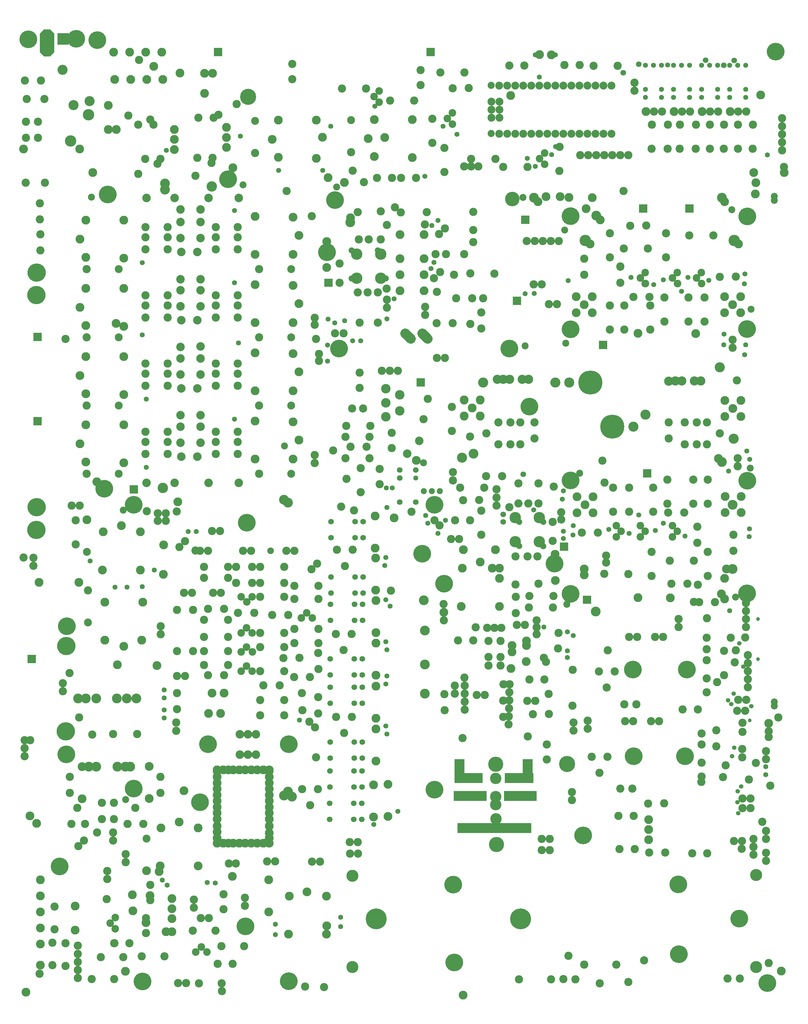
<source format=gbr>
%FSLAX34Y34*%
%MOMM*%
%LNSOLDERMASK_TOP*%
G71*
G01*
%ADD10C,2.600*%
%ADD11C,2.400*%
%ADD12C,2.800*%
%ADD13C,2.600*%
%ADD14C,5.100*%
%ADD15C,1.600*%
%ADD16C,3.600*%
%ADD17C,7.600*%
%ADD18C,3.200*%
%ADD19C,2.900*%
%ADD20C,2.600*%
%ADD21C,2.600*%
%ADD22C,5.600*%
%ADD23C,3.100*%
%ADD24C,2.400*%
%ADD25C,3.100*%
%ADD26C,3.600*%
%ADD27C,2.800*%
%ADD28C,3.000*%
%ADD29C,1.800*%
%ADD30C,1.600*%
%ADD31C,2.700*%
%ADD32C,2.700*%
%ADD33C,2.500*%
%ADD34C,4.600*%
%ADD35C,5.600*%
%ADD36C,2.700*%
%ADD37C,2.800*%
%ADD38C,2.100*%
%ADD39C,3.100*%
%ADD40C,2.800*%
%ADD41C,6.600*%
%ADD42C,3.600*%
%ADD43C,3.300*%
%ADD44C,4.800*%
%ADD45C,5.100*%
%ADD46C,3.200*%
%ADD47C,3.100*%
%ADD48C,1.900*%
%ADD49C,2.500*%
%ADD50C,2.250*%
%ADD51C,1.800*%
%ADD52C,1.600*%
%ADD53C,1.200*%
%ADD54C,1.400*%
%ADD55C,3.800*%
%ADD56C,2.200*%
%ADD57C,5.800*%
%ADD58C,3.200*%
%ADD59C,2.800*%
%ADD60C,2.200*%
%ADD61C,1.900*%
%LPD*%
X234895Y2379771D02*
G54D10*
D03*
X234945Y2456021D02*
G54D10*
D03*
X153901Y2376371D02*
G54D10*
D03*
X154014Y2325390D02*
G54D10*
D03*
X268201Y2350971D02*
G54D10*
D03*
X268313Y2299990D02*
G54D10*
D03*
X234911Y2151171D02*
G54D10*
D03*
X234961Y2227421D02*
G54D10*
D03*
X355632Y2407785D02*
G54D10*
D03*
X279382Y2407835D02*
G54D10*
D03*
X280591Y2227421D02*
G54D10*
D03*
X280541Y2151171D02*
G54D10*
D03*
X412694Y2379770D02*
G54D10*
D03*
X412744Y2456020D02*
G54D10*
D03*
X310026Y2255255D02*
G54D10*
D03*
X407591Y2252821D02*
G54D10*
D03*
X407541Y2176571D02*
G54D10*
D03*
X483790Y2252821D02*
G54D10*
D03*
X483740Y2176571D02*
G54D10*
D03*
X534590Y2252821D02*
G54D10*
D03*
X534540Y2176571D02*
G54D10*
D03*
X634062Y2318866D02*
G54D10*
D03*
X583082Y2318753D02*
G54D10*
D03*
X562608Y2449589D02*
G54D10*
D03*
X486358Y2449639D02*
G54D10*
D03*
X347266Y2332196D02*
G54D11*
D03*
X331366Y2314621D02*
G54D11*
D03*
X347300Y2297005D02*
G54D11*
D03*
X448866Y2332196D02*
G54D11*
D03*
X432966Y2314621D02*
G54D11*
D03*
X448900Y2297005D02*
G54D11*
D03*
X525066Y2332196D02*
G54D11*
D03*
X509166Y2314621D02*
G54D11*
D03*
X525100Y2297005D02*
G54D11*
D03*
X128166Y2256096D02*
G54D12*
D03*
X178966Y2256096D02*
G54D12*
D03*
X153566Y2230696D02*
G54D12*
D03*
X178966Y2205296D02*
G54D12*
D03*
X128166Y2205296D02*
G54D12*
D03*
X598066Y2256096D02*
G54D12*
D03*
X648866Y2256096D02*
G54D12*
D03*
X623466Y2230696D02*
G54D12*
D03*
X648866Y2205296D02*
G54D12*
D03*
X598066Y2205296D02*
G54D12*
D03*
X299592Y2480405D02*
G54D10*
D03*
X350572Y2480518D02*
G54D10*
D03*
X234911Y2151171D02*
G54D13*
D03*
X110490Y2510790D02*
G54D14*
D03*
X360826Y2255255D02*
G54D10*
D03*
X363141Y2227421D02*
G54D10*
D03*
X363091Y2151171D02*
G54D10*
D03*
X192141Y2512571D02*
G54D10*
D03*
X103366Y2306796D02*
G54D15*
D03*
X280541Y2151171D02*
G54D13*
D03*
X363091Y2151171D02*
G54D13*
D03*
X407541Y2176571D02*
G54D13*
D03*
X483740Y2176571D02*
G54D13*
D03*
X670322Y2509996D02*
G54D14*
D03*
X110490Y2152014D02*
G54D14*
D03*
X669686Y2153602D02*
G54D14*
D03*
X160516Y2433796D02*
G54D15*
D03*
X157340Y2433797D02*
G54D16*
D03*
X629065Y2433797D02*
G54D16*
D03*
X243116Y1844555D02*
G54D17*
D03*
X173266Y1984256D02*
G54D17*
D03*
X106591Y1984255D02*
G54D18*
D03*
X309791Y1844555D02*
G54D18*
D03*
X-102284Y1994355D02*
G54D19*
D03*
X-22284Y1994355D02*
G54D20*
D03*
X442716Y1989355D02*
G54D20*
D03*
X522716Y1989355D02*
G54D20*
D03*
X-22284Y1994355D02*
G54D19*
D03*
X442716Y1989355D02*
G54D19*
D03*
X522716Y1989355D02*
G54D12*
D03*
X-82284Y1994355D02*
G54D19*
D03*
X-42284Y1994355D02*
G54D19*
D03*
X462716Y1989356D02*
G54D19*
D03*
X502716Y1989355D02*
G54D19*
D03*
X-226709Y1878025D02*
G54D12*
D03*
X-226709Y1928825D02*
G54D12*
D03*
X-201309Y1903425D02*
G54D12*
D03*
X-175909Y1928826D02*
G54D12*
D03*
X-175909Y1878025D02*
G54D12*
D03*
X-226709Y1876755D02*
G54D21*
D03*
X-175909Y1876755D02*
G54D13*
D03*
X598791Y1876755D02*
G54D12*
D03*
X598791Y1927555D02*
G54D12*
D03*
X624191Y1902155D02*
G54D12*
D03*
X649591Y1927555D02*
G54D12*
D03*
X649591Y1876755D02*
G54D12*
D03*
X598791Y1876755D02*
G54D21*
D03*
X649591Y1876755D02*
G54D13*
D03*
X472248Y1788118D02*
G54D10*
D03*
X472248Y1857968D02*
G54D10*
D03*
X542098Y1788118D02*
G54D10*
D03*
X542098Y1857968D02*
G54D10*
D03*
X510348Y1857968D02*
G54D10*
D03*
X510348Y1788118D02*
G54D10*
D03*
X542099Y1788118D02*
G54D13*
D03*
X542099Y1857968D02*
G54D13*
D03*
X-118302Y1788118D02*
G54D10*
D03*
X-118302Y1857968D02*
G54D10*
D03*
X-48452Y1788118D02*
G54D10*
D03*
X-48452Y1857968D02*
G54D10*
D03*
X-80202Y1857968D02*
G54D10*
D03*
X-80202Y1788118D02*
G54D10*
D03*
X-48451Y1788118D02*
G54D13*
D03*
X-48451Y1857968D02*
G54D13*
D03*
X522716Y1989355D02*
G54D19*
D03*
X-4001Y1857968D02*
G54D21*
D03*
X421449Y1857968D02*
G54D21*
D03*
X636991Y1991080D02*
G54D21*
D03*
X-207559Y1813280D02*
G54D21*
D03*
X-226709Y1927555D02*
G54D13*
D03*
X-175909Y1927556D02*
G54D13*
D03*
X598791Y1927555D02*
G54D13*
D03*
X649591Y1927555D02*
G54D13*
D03*
X649591Y1876755D02*
G54D13*
D03*
X110490Y1674177D02*
G54D14*
D03*
X670322Y1673384D02*
G54D22*
D03*
X110490Y1315402D02*
G54D22*
D03*
X669686Y1316990D02*
G54D14*
D03*
X624065Y1597184D02*
G54D23*
D03*
X-566534Y2314256D02*
G54D24*
D03*
X-490334Y2314256D02*
G54D24*
D03*
X-490334Y2390456D02*
G54D24*
D03*
X-566534Y2390456D02*
G54D24*
D03*
X-490422Y2525479D02*
G54D10*
D03*
X-490422Y2436579D02*
G54D10*
D03*
X-528522Y2436579D02*
G54D10*
D03*
X-560272Y2436579D02*
G54D10*
D03*
X-500066Y2173689D02*
G54D10*
D03*
X-563565Y2268939D02*
G54D10*
D03*
X-531816Y2268939D02*
G54D10*
D03*
X-500066Y2268939D02*
G54D10*
D03*
X-471583Y2281228D02*
G54D10*
D03*
X-563566Y2522939D02*
G54D10*
D03*
X-445972Y2538179D02*
G54D10*
D03*
X-283544Y2390490D02*
G54D10*
D03*
X-226394Y2390490D02*
G54D10*
D03*
X-197694Y2466690D02*
G54D10*
D03*
X-197694Y2523840D02*
G54D10*
D03*
X-258744Y2324866D02*
G54D10*
D03*
X-312696Y2270984D02*
G54D10*
D03*
X-258744Y2324866D02*
G54D13*
D03*
X-130968Y2328918D02*
G54D10*
D03*
X-207218Y2328968D02*
G54D10*
D03*
X-130968Y2328918D02*
G54D13*
D03*
X-251794Y2250790D02*
G54D10*
D03*
X-200994Y2250790D02*
G54D10*
D03*
X-200994Y2250790D02*
G54D10*
D03*
X-172387Y2154684D02*
G54D10*
D03*
X-172499Y2205664D02*
G54D10*
D03*
X-172387Y2154684D02*
G54D10*
D03*
X-197694Y2428590D02*
G54D10*
D03*
X-165944Y2250790D02*
G54D10*
D03*
X-316564Y2390490D02*
G54D10*
D03*
X-305644Y2453990D02*
G54D10*
D03*
X-429340Y2452494D02*
G54D12*
D03*
X-353140Y2452494D02*
G54D12*
D03*
X-429340Y2376294D02*
G54D12*
D03*
X-429340Y2325494D02*
G54D12*
D03*
X-429340Y2274694D02*
G54D12*
D03*
X-353140Y2376294D02*
G54D12*
D03*
X-353140Y2325494D02*
G54D12*
D03*
X-353140Y2274694D02*
G54D12*
D03*
X-353140Y2452494D02*
G54D10*
D03*
X-206889Y2169691D02*
G54D10*
D03*
X-263109Y2171936D02*
G54D10*
D03*
X-263109Y2171936D02*
G54D10*
D03*
X-313909Y2171936D02*
G54D10*
D03*
G54D25*
X-341957Y2122446D02*
X-359635Y2140124D01*
G54D25*
X-395932Y2122446D02*
X-413610Y2140124D01*
X-660797Y2396490D02*
G54D22*
D03*
X-344884Y2523490D02*
G54D21*
D03*
X-566534Y2390456D02*
G54D26*
D03*
X-566534Y2314256D02*
G54D26*
D03*
X-490334Y2314256D02*
G54D26*
D03*
X-490334Y2390456D02*
G54D26*
D03*
X11944Y1556054D02*
G54D24*
D03*
X-64256Y1556054D02*
G54D24*
D03*
X-64256Y1479854D02*
G54D24*
D03*
X11944Y1479854D02*
G54D24*
D03*
X-64168Y1344831D02*
G54D10*
D03*
X-64168Y1433731D02*
G54D10*
D03*
X-26068Y1433731D02*
G54D10*
D03*
X5682Y1433731D02*
G54D10*
D03*
X8976Y1664871D02*
G54D10*
D03*
X-54524Y1664871D02*
G54D10*
D03*
X8975Y1601371D02*
G54D10*
D03*
X-22774Y1601371D02*
G54D10*
D03*
X-54524Y1601371D02*
G54D10*
D03*
X-83007Y1589082D02*
G54D10*
D03*
X8976Y1347371D02*
G54D10*
D03*
X56994Y1654795D02*
G54D21*
D03*
X11944Y1479854D02*
G54D26*
D03*
X11944Y1556054D02*
G54D26*
D03*
X-64256Y1556054D02*
G54D26*
D03*
X-64256Y1479854D02*
G54D26*
D03*
X-235514Y1275660D02*
G54D12*
D03*
X-232340Y1396310D02*
G54D12*
D03*
X-114864Y1275660D02*
G54D12*
D03*
X-114864Y1396310D02*
G54D12*
D03*
X-175189Y1415774D02*
G54D12*
D03*
X-232340Y1396310D02*
G54D27*
D03*
X-228718Y1455129D02*
G54D12*
D03*
X-127118Y1455128D02*
G54D12*
D03*
X-228718Y1455129D02*
G54D12*
D03*
X-430285Y1945003D02*
G54D28*
D03*
X-430285Y1894203D02*
G54D28*
D03*
X-474735Y1919604D02*
G54D28*
D03*
X-474735Y1875153D02*
G54D28*
D03*
X-474735Y1964053D02*
G54D28*
D03*
X-462035Y2021203D02*
G54D10*
D03*
X-487435Y2021203D02*
G54D10*
D03*
X-436635Y2021203D02*
G54D10*
D03*
X-523120Y1846578D02*
G54D10*
D03*
X-599370Y1846628D02*
G54D10*
D03*
X-602062Y1812318D02*
G54D10*
D03*
X-525812Y1812268D02*
G54D10*
D03*
X-586128Y1780842D02*
G54D10*
D03*
X-535148Y1780954D02*
G54D10*
D03*
X-557285Y2014941D02*
G54D10*
D03*
X-557285Y1967141D02*
G54D10*
D03*
X-553675Y1713316D02*
G54D10*
D03*
X-553725Y1637067D02*
G54D10*
D03*
X-493785Y1662254D02*
G54D10*
D03*
X-493785Y1710053D02*
G54D10*
D03*
X-581229Y1902097D02*
G54D10*
D03*
X-546129Y1902098D02*
G54D10*
D03*
X-455685Y1776553D02*
G54D10*
D03*
X-455685Y1824354D02*
G54D10*
D03*
X-602007Y1744671D02*
G54D10*
D03*
X-525757Y1744621D02*
G54D10*
D03*
X-354810Y1868248D02*
G54D10*
D03*
X-493785Y1662254D02*
G54D10*
D03*
G36*
X-350735Y1997373D02*
X-350735Y1971373D01*
X-376735Y1971373D01*
X-376735Y1997373D01*
X-350735Y1997373D01*
G37*
X-379485Y1706792D02*
G54D29*
D03*
X-379485Y1681392D02*
G54D30*
D03*
X-430285Y1706791D02*
G54D30*
D03*
X-430285Y1681391D02*
G54D29*
D03*
X-379485Y1605191D02*
G54D30*
D03*
X-430285Y1605191D02*
G54D30*
D03*
X-377453Y1737557D02*
G54D12*
D03*
X-393148Y1575052D02*
G54D21*
D03*
X-430285Y1706791D02*
G54D29*
D03*
X-379485Y1605191D02*
G54D29*
D03*
X-430285Y1605191D02*
G54D29*
D03*
X-1165276Y1758104D02*
G54D10*
D03*
X-1235126Y1758104D02*
G54D10*
D03*
X-1165276Y1827954D02*
G54D10*
D03*
X-1235126Y1827954D02*
G54D10*
D03*
X-1235126Y1796204D02*
G54D10*
D03*
X-1165276Y1796204D02*
G54D10*
D03*
X-1121868Y1749333D02*
G54D31*
D03*
X-1070886Y1749445D02*
G54D31*
D03*
X-943026Y1758104D02*
G54D10*
D03*
X-1012876Y1758104D02*
G54D10*
D03*
X-943026Y1827954D02*
G54D10*
D03*
X-1012876Y1827954D02*
G54D10*
D03*
X-1012876Y1796204D02*
G54D10*
D03*
X-943026Y1796204D02*
G54D10*
D03*
X-1060803Y1793431D02*
G54D10*
D03*
X-1060916Y1844411D02*
G54D10*
D03*
X-1124303Y1793431D02*
G54D10*
D03*
X-1124416Y1844411D02*
G54D10*
D03*
X-943026Y1827954D02*
G54D13*
D03*
X-1012876Y1827954D02*
G54D13*
D03*
X-1060916Y1844412D02*
G54D32*
D03*
X-1124416Y1844412D02*
G54D13*
D03*
X-1165276Y1827954D02*
G54D13*
D03*
X-1235126Y1827954D02*
G54D13*
D03*
X-1124303Y1793431D02*
G54D31*
D03*
X-1124416Y1844411D02*
G54D31*
D03*
X-1060916Y1844411D02*
G54D31*
D03*
X-1060803Y1793431D02*
G54D31*
D03*
X-888813Y1862396D02*
G54D12*
D03*
X-768163Y1859222D02*
G54D12*
D03*
X-888813Y1741746D02*
G54D12*
D03*
X-768163Y1741746D02*
G54D12*
D03*
X-749350Y1802071D02*
G54D12*
D03*
X-875306Y1695466D02*
G54D33*
D03*
X-773706Y1695467D02*
G54D33*
D03*
X-768163Y1859222D02*
G54D12*
D03*
X-1303808Y1729658D02*
G54D12*
D03*
X-1424458Y1732832D02*
G54D12*
D03*
X-1303808Y1850308D02*
G54D12*
D03*
X-1424458Y1850308D02*
G54D12*
D03*
X-1443270Y1789983D02*
G54D12*
D03*
X-1424457Y1732832D02*
G54D12*
D03*
X-1424458Y1850308D02*
G54D12*
D03*
X-1421406Y1695466D02*
G54D33*
D03*
X-1319806Y1695467D02*
G54D33*
D03*
X-875306Y1695466D02*
G54D10*
D03*
X-1421406Y1695466D02*
G54D10*
D03*
X-1165276Y1974004D02*
G54D10*
D03*
X-1235126Y1974004D02*
G54D10*
D03*
X-1165276Y2043854D02*
G54D10*
D03*
X-1235126Y2043854D02*
G54D10*
D03*
X-1235126Y2012104D02*
G54D10*
D03*
X-1165276Y2012104D02*
G54D10*
D03*
X-1121868Y1965233D02*
G54D31*
D03*
X-1070886Y1965345D02*
G54D31*
D03*
X-943026Y1974004D02*
G54D10*
D03*
X-1012876Y1974004D02*
G54D10*
D03*
X-943026Y2043854D02*
G54D10*
D03*
X-1012876Y2043854D02*
G54D10*
D03*
X-1012876Y2012104D02*
G54D10*
D03*
X-943026Y2012104D02*
G54D10*
D03*
X-1060803Y2009331D02*
G54D10*
D03*
X-1060916Y2060312D02*
G54D10*
D03*
X-1124303Y2009331D02*
G54D10*
D03*
X-1124416Y2060311D02*
G54D10*
D03*
X-943026Y2043854D02*
G54D13*
D03*
X-1012876Y2043854D02*
G54D13*
D03*
X-1060916Y2060312D02*
G54D32*
D03*
X-1124416Y2060312D02*
G54D13*
D03*
X-1165276Y2043854D02*
G54D13*
D03*
X-1235126Y2043854D02*
G54D13*
D03*
X-1124303Y2009331D02*
G54D31*
D03*
X-1124416Y2060311D02*
G54D31*
D03*
X-1060916Y2060312D02*
G54D31*
D03*
X-1060803Y2009331D02*
G54D31*
D03*
X-888813Y2078296D02*
G54D12*
D03*
X-768163Y2075122D02*
G54D12*
D03*
X-888813Y1957646D02*
G54D12*
D03*
X-768163Y1957646D02*
G54D12*
D03*
X-749350Y2017971D02*
G54D12*
D03*
X-875306Y1911366D02*
G54D33*
D03*
X-773706Y1911367D02*
G54D33*
D03*
X-768163Y2075122D02*
G54D12*
D03*
X-1303808Y1945558D02*
G54D12*
D03*
X-1424458Y1948732D02*
G54D12*
D03*
X-1303808Y2066208D02*
G54D12*
D03*
X-1424458Y2066208D02*
G54D12*
D03*
X-1443270Y2005883D02*
G54D12*
D03*
X-1424457Y1948731D02*
G54D12*
D03*
X-1424458Y2066208D02*
G54D12*
D03*
X-1421406Y1911366D02*
G54D33*
D03*
X-1319806Y1911367D02*
G54D33*
D03*
X-875306Y1911366D02*
G54D10*
D03*
X-1421406Y1911366D02*
G54D10*
D03*
X-1165276Y2189904D02*
G54D10*
D03*
X-1235126Y2189904D02*
G54D10*
D03*
X-1165276Y2259754D02*
G54D10*
D03*
X-1235126Y2259754D02*
G54D10*
D03*
X-1235126Y2228004D02*
G54D10*
D03*
X-1165276Y2228004D02*
G54D10*
D03*
X-1121868Y2181133D02*
G54D31*
D03*
X-1070886Y2181245D02*
G54D31*
D03*
X-943026Y2189904D02*
G54D10*
D03*
X-1012876Y2189904D02*
G54D10*
D03*
X-943026Y2259754D02*
G54D10*
D03*
X-1012876Y2259754D02*
G54D10*
D03*
X-1012876Y2228004D02*
G54D10*
D03*
X-943026Y2228004D02*
G54D10*
D03*
X-1060803Y2225231D02*
G54D10*
D03*
X-1060916Y2276212D02*
G54D10*
D03*
X-1124303Y2225231D02*
G54D10*
D03*
X-1124416Y2276212D02*
G54D10*
D03*
X-943026Y2259754D02*
G54D13*
D03*
X-1012876Y2259754D02*
G54D13*
D03*
X-1060916Y2276212D02*
G54D32*
D03*
X-1124416Y2276212D02*
G54D13*
D03*
X-1165276Y2259754D02*
G54D13*
D03*
X-1235126Y2259754D02*
G54D13*
D03*
X-1124303Y2225231D02*
G54D31*
D03*
X-1124416Y2276212D02*
G54D31*
D03*
X-1060916Y2276212D02*
G54D31*
D03*
X-1060803Y2225231D02*
G54D31*
D03*
X-888813Y2294196D02*
G54D12*
D03*
X-768163Y2291022D02*
G54D12*
D03*
X-888813Y2173546D02*
G54D12*
D03*
X-768163Y2173546D02*
G54D12*
D03*
X-749350Y2233871D02*
G54D12*
D03*
X-875306Y2127266D02*
G54D33*
D03*
X-773706Y2127266D02*
G54D33*
D03*
X-768163Y2291022D02*
G54D12*
D03*
X-1303808Y2161458D02*
G54D12*
D03*
X-1424458Y2164632D02*
G54D12*
D03*
X-1303808Y2282108D02*
G54D12*
D03*
X-1424458Y2282108D02*
G54D12*
D03*
X-1443270Y2221783D02*
G54D12*
D03*
X-1424457Y2164632D02*
G54D12*
D03*
X-1424458Y2282108D02*
G54D12*
D03*
X-1421406Y2127266D02*
G54D33*
D03*
X-1319806Y2127266D02*
G54D33*
D03*
X-875306Y2127266D02*
G54D10*
D03*
X-1421406Y2127266D02*
G54D10*
D03*
X-1165276Y2405804D02*
G54D10*
D03*
X-1235126Y2405804D02*
G54D10*
D03*
X-1165276Y2475654D02*
G54D10*
D03*
X-1235126Y2475654D02*
G54D10*
D03*
X-1235126Y2443904D02*
G54D10*
D03*
X-1165276Y2443904D02*
G54D10*
D03*
X-1121868Y2397033D02*
G54D31*
D03*
X-1070886Y2397145D02*
G54D31*
D03*
X-943026Y2405804D02*
G54D10*
D03*
X-1012876Y2405804D02*
G54D10*
D03*
X-943026Y2475654D02*
G54D10*
D03*
X-1012876Y2475654D02*
G54D10*
D03*
X-1012876Y2443904D02*
G54D10*
D03*
X-943026Y2443904D02*
G54D10*
D03*
X-1060803Y2441131D02*
G54D10*
D03*
X-1060916Y2492112D02*
G54D10*
D03*
X-1124303Y2441131D02*
G54D10*
D03*
X-1124416Y2492111D02*
G54D10*
D03*
X-943026Y2475654D02*
G54D13*
D03*
X-1012876Y2475654D02*
G54D13*
D03*
X-1060916Y2492112D02*
G54D32*
D03*
X-1124416Y2492112D02*
G54D13*
D03*
X-1165276Y2475654D02*
G54D13*
D03*
X-1235126Y2475654D02*
G54D13*
D03*
X-1124303Y2441131D02*
G54D31*
D03*
X-1124416Y2492111D02*
G54D31*
D03*
X-1060916Y2492111D02*
G54D31*
D03*
X-1060803Y2441131D02*
G54D31*
D03*
X-888813Y2510096D02*
G54D12*
D03*
X-768163Y2506922D02*
G54D12*
D03*
X-888813Y2389446D02*
G54D12*
D03*
X-768163Y2389446D02*
G54D12*
D03*
X-749350Y2449771D02*
G54D12*
D03*
X-875306Y2343166D02*
G54D33*
D03*
X-773706Y2343166D02*
G54D33*
D03*
X-768163Y2506922D02*
G54D12*
D03*
X-1303808Y2377358D02*
G54D12*
D03*
X-1424458Y2380532D02*
G54D12*
D03*
X-1303808Y2498008D02*
G54D12*
D03*
X-1424458Y2498008D02*
G54D12*
D03*
X-1443270Y2437683D02*
G54D12*
D03*
X-1424457Y2380532D02*
G54D12*
D03*
X-1424458Y2498008D02*
G54D12*
D03*
X-1421406Y2343166D02*
G54D33*
D03*
X-1319806Y2343166D02*
G54D33*
D03*
X-875306Y2343166D02*
G54D10*
D03*
X-1421406Y2343166D02*
G54D10*
D03*
X-940152Y1666431D02*
G54D31*
D03*
X-940152Y1666431D02*
G54D31*
D03*
X-1035402Y1666431D02*
G54D31*
D03*
X-1035402Y1666431D02*
G54D31*
D03*
X-1143352Y1666431D02*
G54D31*
D03*
X-1143352Y1666431D02*
G54D31*
D03*
X-1232252Y1666431D02*
G54D31*
D03*
X-1232252Y1666431D02*
G54D31*
D03*
X-940152Y2568131D02*
G54D31*
D03*
X-940152Y2568131D02*
G54D31*
D03*
X-1035402Y2568131D02*
G54D31*
D03*
X-1035402Y2568131D02*
G54D31*
D03*
X-1143352Y2568131D02*
G54D31*
D03*
X-1143352Y2568131D02*
G54D31*
D03*
X-1232252Y2568131D02*
G54D31*
D03*
X-1232252Y2568131D02*
G54D31*
D03*
X-1488888Y2121601D02*
G54D21*
D03*
X-695138Y2121601D02*
G54D21*
D03*
X-83185Y2091689D02*
G54D22*
D03*
X-73661Y2564764D02*
G54D34*
D03*
X-622936Y2091689D02*
G54D22*
D03*
X-635636Y2561590D02*
G54D22*
D03*
X-1243989Y1288915D02*
G54D12*
D03*
X-1247163Y1168265D02*
G54D12*
D03*
X-1364638Y1288915D02*
G54D12*
D03*
X-1364638Y1168265D02*
G54D12*
D03*
X-1304314Y1149452D02*
G54D12*
D03*
X-1372188Y1390784D02*
G54D12*
D03*
X-1369014Y1511434D02*
G54D12*
D03*
X-1251538Y1390784D02*
G54D12*
D03*
X-1251539Y1511434D02*
G54D12*
D03*
X-1311864Y1530722D02*
G54D12*
D03*
X-1417268Y1326208D02*
G54D33*
D03*
X-1417268Y1224608D02*
G54D33*
D03*
X-1417268Y1326208D02*
G54D10*
D03*
X-1421066Y1549404D02*
G54D33*
D03*
X-1421066Y1447803D02*
G54D33*
D03*
X-1421066Y1549404D02*
G54D10*
D03*
X-1421066Y1549404D02*
G54D12*
D03*
X-1247163Y1168265D02*
G54D12*
D03*
X-1251539Y1511434D02*
G54D12*
D03*
X-1369014Y1511434D02*
G54D12*
D03*
X-1251539Y1511434D02*
G54D12*
D03*
X-1272778Y1597184D02*
G54D14*
D03*
X-320278Y1597184D02*
G54D14*
D03*
X-1272778Y698659D02*
G54D14*
D03*
X-320278Y695484D02*
G54D22*
D03*
X672373Y1121274D02*
G54D21*
D03*
X672374Y1095874D02*
G54D21*
D03*
X654910Y906962D02*
G54D21*
D03*
X654911Y878386D02*
G54D21*
D03*
X641189Y980024D02*
G54D21*
D03*
X666589Y980024D02*
G54D21*
D03*
X-354245Y1294683D02*
G54D23*
D03*
X-351070Y1199433D02*
G54D23*
D03*
X-351070Y1091483D02*
G54D23*
D03*
X-351070Y999408D02*
G54D23*
D03*
X-781639Y838945D02*
G54D35*
D03*
X-1037340Y838845D02*
G54D35*
D03*
X-936614Y870770D02*
G54D36*
D03*
X-911240Y870645D02*
G54D36*
D03*
X-885796Y870670D02*
G54D36*
D03*
X-688534Y937029D02*
G54D10*
D03*
X-688709Y988021D02*
G54D10*
D03*
X-986464Y1000895D02*
G54D37*
D03*
X-1035864Y936795D02*
G54D37*
D03*
X-997864Y936795D02*
G54D37*
D03*
X-1024564Y1000895D02*
G54D37*
D03*
X-1135740Y950045D02*
G54D10*
D03*
X-1135864Y1000962D02*
G54D10*
D03*
X-872214Y978620D02*
G54D10*
D03*
X-795964Y978570D02*
G54D10*
D03*
X-1138314Y881920D02*
G54D10*
D03*
X-1138314Y907420D02*
G54D10*
D03*
X-872214Y930995D02*
G54D10*
D03*
X-795965Y930945D02*
G54D10*
D03*
X-897614Y1350095D02*
G54D10*
D03*
X-948531Y1349970D02*
G54D10*
D03*
X-932540Y1305645D02*
G54D11*
D03*
X-914964Y1289745D02*
G54D11*
D03*
X-897348Y1305680D02*
G54D11*
D03*
X-926190Y1451695D02*
G54D10*
D03*
X-900764Y1451745D02*
G54D10*
D03*
X-872214Y1305645D02*
G54D10*
D03*
X-796040Y1305645D02*
G54D10*
D03*
X-1050014Y1365970D02*
G54D10*
D03*
X-973764Y1365920D02*
G54D10*
D03*
X-891264Y1254845D02*
G54D10*
D03*
X-942181Y1254720D02*
G54D10*
D03*
X-897614Y1191345D02*
G54D11*
D03*
X-915214Y1207245D02*
G54D11*
D03*
X-932806Y1191310D02*
G54D11*
D03*
X-897240Y1130945D02*
G54D11*
D03*
X-915214Y1146920D02*
G54D11*
D03*
X-932806Y1130985D02*
G54D11*
D03*
X-872214Y1191345D02*
G54D10*
D03*
X-796040Y1191345D02*
G54D10*
D03*
X-897615Y1070645D02*
G54D11*
D03*
X-915214Y1086595D02*
G54D11*
D03*
X-932806Y1070660D02*
G54D11*
D03*
X-1050014Y1134195D02*
G54D10*
D03*
X-973764Y1134145D02*
G54D10*
D03*
X-1049806Y1090016D02*
G54D10*
D03*
X-973556Y1089966D02*
G54D10*
D03*
X-872214Y1070695D02*
G54D10*
D03*
X-795940Y1070645D02*
G54D10*
D03*
X-810894Y1025905D02*
G54D10*
D03*
X-861810Y1025780D02*
G54D10*
D03*
X-872214Y1146895D02*
G54D10*
D03*
X-795964Y1146845D02*
G54D10*
D03*
X-714939Y1052045D02*
G54D21*
D03*
X-739923Y1001113D02*
G54D21*
D03*
X-764822Y1052160D02*
G54D21*
D03*
X-707114Y1238970D02*
G54D11*
D03*
X-724915Y1254770D02*
G54D11*
D03*
X-742305Y1238935D02*
G54D11*
D03*
X-1062714Y1451695D02*
G54D10*
D03*
X-1037140Y1451645D02*
G54D10*
D03*
X-764264Y1340570D02*
G54D10*
D03*
X-688014Y1340520D02*
G54D10*
D03*
X-764264Y1299295D02*
G54D10*
D03*
X-688014Y1299245D02*
G54D10*
D03*
X-783314Y1248495D02*
G54D10*
D03*
X-834231Y1248370D02*
G54D10*
D03*
X-764264Y1204045D02*
G54D10*
D03*
X-688014Y1203995D02*
G54D10*
D03*
X-688114Y1077020D02*
G54D10*
D03*
X-688227Y1128000D02*
G54D10*
D03*
X-688065Y1159595D02*
G54D10*
D03*
X-764340Y1159645D02*
G54D10*
D03*
X-1113464Y1318370D02*
G54D10*
D03*
X-1088602Y1318058D02*
G54D10*
D03*
X-1084940Y1134195D02*
G54D10*
D03*
X-1135914Y1134045D02*
G54D10*
D03*
X-1050014Y1178645D02*
G54D10*
D03*
X-973764Y1178595D02*
G54D10*
D03*
X-986514Y1057995D02*
G54D10*
D03*
X-1037490Y1057845D02*
G54D10*
D03*
X-1109914Y1054845D02*
G54D10*
D03*
X-1135214Y1055145D02*
G54D10*
D03*
X-1084940Y1264370D02*
G54D10*
D03*
X-1135914Y1264270D02*
G54D10*
D03*
X-764264Y1451695D02*
G54D10*
D03*
X-789740Y1451695D02*
G54D10*
D03*
X-1050014Y1232620D02*
G54D10*
D03*
X-973764Y1232570D02*
G54D10*
D03*
X-986540Y1267570D02*
G54D10*
D03*
X-1037440Y1267370D02*
G54D10*
D03*
X-1021440Y1318345D02*
G54D10*
D03*
X-996540Y1318045D02*
G54D10*
D03*
X-872214Y1350095D02*
G54D10*
D03*
X-796040Y1350095D02*
G54D10*
D03*
X-872214Y1400895D02*
G54D10*
D03*
X-796040Y1400945D02*
G54D10*
D03*
X-1050040Y1400945D02*
G54D10*
D03*
X-973839Y1400945D02*
G54D10*
D03*
X-897614Y1400895D02*
G54D10*
D03*
X-948531Y1400770D02*
G54D10*
D03*
X-838990Y1451695D02*
G54D38*
D03*
X-798914Y1112280D02*
G54D10*
D03*
X-747934Y1112392D02*
G54D10*
D03*
X-738815Y946820D02*
G54D10*
D03*
X-885740Y806345D02*
G54D36*
D03*
X-911040Y806545D02*
G54D36*
D03*
X-936527Y806476D02*
G54D36*
D03*
X-548490Y795034D02*
G54D30*
D03*
X-573890Y795034D02*
G54D30*
D03*
X-548490Y845834D02*
G54D30*
D03*
X-573890Y845834D02*
G54D30*
D03*
X-650090Y795034D02*
G54D29*
D03*
X-650090Y845834D02*
G54D30*
D03*
X-505881Y786150D02*
G54D12*
D03*
X-505881Y887750D02*
G54D12*
D03*
X-467688Y712041D02*
G54D12*
D03*
X-548490Y968468D02*
G54D30*
D03*
X-573890Y968469D02*
G54D30*
D03*
X-548490Y1019268D02*
G54D30*
D03*
X-573890Y1019268D02*
G54D30*
D03*
X-650090Y968468D02*
G54D30*
D03*
X-650090Y1019268D02*
G54D30*
D03*
X-581590Y925839D02*
G54D21*
D03*
X-606573Y874906D02*
G54D21*
D03*
X-631472Y925953D02*
G54D21*
D03*
X-546108Y1317719D02*
G54D30*
D03*
X-571508Y1317718D02*
G54D30*
D03*
X-546108Y1368518D02*
G54D30*
D03*
X-571508Y1368518D02*
G54D30*
D03*
X-647708Y1317718D02*
G54D30*
D03*
X-647708Y1368518D02*
G54D30*
D03*
X-546108Y1493137D02*
G54D30*
D03*
X-571508Y1493137D02*
G54D30*
D03*
X-546108Y1543938D02*
G54D30*
D03*
X-571508Y1543937D02*
G54D30*
D03*
X-647708Y1493138D02*
G54D30*
D03*
X-647708Y1543937D02*
G54D30*
D03*
X-579208Y1454476D02*
G54D21*
D03*
X-604192Y1403544D02*
G54D21*
D03*
X-629091Y1454590D02*
G54D21*
D03*
X-583177Y1188173D02*
G54D21*
D03*
X-608160Y1137241D02*
G54D21*
D03*
X-633060Y1188288D02*
G54D21*
D03*
X-547696Y1231200D02*
G54D30*
D03*
X-573096Y1231200D02*
G54D30*
D03*
X-547696Y1282000D02*
G54D30*
D03*
X-573096Y1282000D02*
G54D30*
D03*
X-649296Y1231200D02*
G54D30*
D03*
X-649296Y1282000D02*
G54D30*
D03*
X-549283Y1058956D02*
G54D30*
D03*
X-574683Y1058956D02*
G54D30*
D03*
X-549283Y1109756D02*
G54D30*
D03*
X-574683Y1109756D02*
G54D30*
D03*
X-650883Y1058956D02*
G54D30*
D03*
X-650883Y1109756D02*
G54D30*
D03*
X-505881Y921485D02*
G54D12*
D03*
X-505881Y1023085D02*
G54D12*
D03*
X-505484Y1057613D02*
G54D12*
D03*
X-505484Y1159213D02*
G54D12*
D03*
X-505484Y1192154D02*
G54D12*
D03*
X-505484Y1293754D02*
G54D12*
D03*
X-506674Y1326694D02*
G54D12*
D03*
X-506674Y1428294D02*
G54D12*
D03*
X-508262Y1460044D02*
G54D12*
D03*
X-508262Y1561644D02*
G54D12*
D03*
X-457989Y1325488D02*
G54D21*
D03*
X-695320Y797644D02*
G54D21*
D03*
X-650090Y845834D02*
G54D29*
D03*
X-573890Y795034D02*
G54D29*
D03*
X-548490Y795034D02*
G54D29*
D03*
X-573890Y845834D02*
G54D29*
D03*
X-548490Y845834D02*
G54D29*
D03*
X-650090Y968468D02*
G54D29*
D03*
X-650090Y1019268D02*
G54D29*
D03*
X-573890Y968469D02*
G54D29*
D03*
X-548490Y968468D02*
G54D29*
D03*
X-548490Y1019268D02*
G54D29*
D03*
X-573889Y1019268D02*
G54D29*
D03*
X-574683Y1058956D02*
G54D29*
D03*
X-549283Y1058956D02*
G54D29*
D03*
X-549283Y1109756D02*
G54D29*
D03*
X-574683Y1109756D02*
G54D29*
D03*
X-650883Y1058956D02*
G54D29*
D03*
X-650883Y1109756D02*
G54D29*
D03*
X-649296Y1231200D02*
G54D29*
D03*
X-573096Y1231200D02*
G54D29*
D03*
X-649296Y1282000D02*
G54D29*
D03*
X-573096Y1282000D02*
G54D29*
D03*
X-547696Y1282000D02*
G54D29*
D03*
X-547696Y1231200D02*
G54D29*
D03*
X-647708Y1317718D02*
G54D29*
D03*
X-647708Y1368518D02*
G54D29*
D03*
X-571508Y1317718D02*
G54D29*
D03*
X-546108Y1317719D02*
G54D29*
D03*
X-546108Y1368518D02*
G54D29*
D03*
X-571508Y1368519D02*
G54D29*
D03*
X-647708Y1493138D02*
G54D29*
D03*
X-647708Y1543937D02*
G54D29*
D03*
X-571508Y1493137D02*
G54D29*
D03*
X-546108Y1493137D02*
G54D29*
D03*
X-546108Y1543938D02*
G54D29*
D03*
X-571508Y1543937D02*
G54D29*
D03*
X-583177Y1188173D02*
G54D21*
D03*
X-579208Y1454476D02*
G54D21*
D03*
X-550474Y601361D02*
G54D30*
D03*
X-575874Y601361D02*
G54D30*
D03*
X-550474Y652161D02*
G54D30*
D03*
X-575874Y652161D02*
G54D30*
D03*
X-652074Y601361D02*
G54D29*
D03*
X-652074Y652161D02*
G54D30*
D03*
X-652074Y652161D02*
G54D29*
D03*
X-575874Y601361D02*
G54D29*
D03*
X-550474Y601361D02*
G54D29*
D03*
X-575874Y652161D02*
G54D29*
D03*
X-550474Y652161D02*
G54D29*
D03*
X-689143Y697239D02*
G54D21*
D03*
X-714126Y646306D02*
G54D21*
D03*
X-739025Y697353D02*
G54D21*
D03*
X-513726Y710850D02*
G54D12*
D03*
X-513726Y609251D02*
G54D12*
D03*
X-467688Y712041D02*
G54D12*
D03*
X-467688Y610441D02*
G54D12*
D03*
X-549680Y703755D02*
G54D30*
D03*
X-575080Y703755D02*
G54D30*
D03*
X-549680Y754555D02*
G54D30*
D03*
X-575080Y754555D02*
G54D30*
D03*
X-651280Y703754D02*
G54D29*
D03*
X-651281Y754555D02*
G54D30*
D03*
X-651281Y754555D02*
G54D29*
D03*
X-575080Y703755D02*
G54D29*
D03*
X-549680Y703755D02*
G54D29*
D03*
X-575081Y754555D02*
G54D29*
D03*
X-549680Y754555D02*
G54D29*
D03*
X-784180Y1603677D02*
G54D39*
D03*
X-784180Y689277D02*
G54D23*
D03*
X-843195Y640633D02*
G54D40*
D03*
X-843195Y659683D02*
G54D40*
D03*
X-843195Y678733D02*
G54D40*
D03*
X-843195Y697783D02*
G54D40*
D03*
X-843195Y716833D02*
G54D40*
D03*
X-843195Y735883D02*
G54D40*
D03*
X-843195Y754933D02*
G54D40*
D03*
X-843195Y621583D02*
G54D40*
D03*
X-843195Y602533D02*
G54D40*
D03*
X-843195Y580308D02*
G54D40*
D03*
X-1177880Y1470327D02*
G54D12*
D03*
X-448264Y1555884D02*
G54D12*
D03*
X-557215Y2173689D02*
G54D10*
D03*
X72764Y1191635D02*
G54D10*
D03*
X666024Y1260974D02*
G54D21*
D03*
X666024Y1235574D02*
G54D21*
D03*
X666024Y1210174D02*
G54D21*
D03*
X-5132Y2569105D02*
G54D23*
D03*
X590233Y2568936D02*
G54D23*
D03*
X590232Y1732323D02*
G54D12*
D03*
X179018Y2569105D02*
G54D12*
D03*
X77418Y2572280D02*
G54D12*
D03*
X32968Y2572280D02*
G54D12*
D03*
X-1456134Y1547971D02*
G54D10*
D03*
X-1456184Y1471721D02*
G54D10*
D03*
X-1456184Y1471721D02*
G54D13*
D03*
X-1469069Y1594400D02*
G54D10*
D03*
X-1443594Y1594400D02*
G54D10*
D03*
X-607898Y2139716D02*
G54D10*
D03*
X-634885Y2139716D02*
G54D10*
D03*
X-471372Y2246079D02*
G54D10*
D03*
X-471372Y2220679D02*
G54D10*
D03*
X-471372Y2185754D02*
G54D15*
D03*
X-636472Y2173054D02*
G54D15*
D03*
X624002Y2119079D02*
G54D10*
D03*
X624002Y2093679D02*
G54D10*
D03*
X596900Y2136775D02*
G54D15*
D03*
X639878Y1744429D02*
G54D10*
D03*
X639878Y1719029D02*
G54D10*
D03*
X668516Y1767046D02*
G54D15*
D03*
X81078Y1572979D02*
G54D10*
D03*
X81078Y1550754D02*
G54D10*
D03*
X84316Y1614646D02*
G54D15*
D03*
X87490Y1513046D02*
G54D15*
D03*
X-304323Y1532172D02*
G54D10*
D03*
X-320039Y1547888D02*
G54D10*
D03*
X-309384Y1506696D02*
G54D15*
D03*
X-341134Y1538446D02*
G54D15*
D03*
X-604722Y2179404D02*
G54D15*
D03*
X595428Y2103204D02*
G54D15*
D03*
X665278Y2103204D02*
G54D15*
D03*
X662166Y2071846D02*
G54D15*
D03*
X677978Y1741254D02*
G54D15*
D03*
X611366Y1703546D02*
G54D15*
D03*
X-579322Y2115904D02*
G54D15*
D03*
X-553922Y2115904D02*
G54D15*
D03*
X87428Y1641242D02*
G54D15*
D03*
X87428Y1490429D02*
G54D15*
D03*
X-348341Y1563454D02*
G54D15*
D03*
X-285635Y1547579D02*
G54D15*
D03*
X-1326488Y984088D02*
G54D23*
D03*
X-1391575Y984088D02*
G54D23*
D03*
X-1324106Y768188D02*
G54D23*
D03*
X-1391178Y768188D02*
G54D23*
D03*
X-1295134Y984088D02*
G54D23*
D03*
X-1424516Y984088D02*
G54D23*
D03*
X-1283625Y768188D02*
G54D23*
D03*
X-1337747Y871385D02*
G54D10*
D03*
X-1261497Y871336D02*
G54D10*
D03*
X-1445457Y923740D02*
G54D10*
D03*
X-1404275Y869788D02*
G54D10*
D03*
X-1223921Y769022D02*
G54D12*
D03*
X-1223921Y667422D02*
G54D12*
D03*
X-1436025Y768188D02*
G54D12*
D03*
X-1436025Y666588D02*
G54D12*
D03*
X-1188015Y735971D02*
G54D10*
D03*
X-1187903Y684990D02*
G54D10*
D03*
X-1475352Y735971D02*
G54D10*
D03*
X-1475240Y684990D02*
G54D10*
D03*
X-1451635Y637745D02*
G54D21*
D03*
X-1426736Y586698D02*
G54D21*
D03*
X-1292469Y586813D02*
G54D21*
D03*
X-1267485Y637745D02*
G54D21*
D03*
X-1242586Y586698D02*
G54D21*
D03*
X-1335652Y653420D02*
G54D10*
D03*
X-1335540Y602440D02*
G54D10*
D03*
X-1373752Y653420D02*
G54D10*
D03*
X-1373640Y602440D02*
G54D10*
D03*
X-1337697Y560185D02*
G54D10*
D03*
X-1388497Y560185D02*
G54D10*
D03*
X-1448725Y984088D02*
G54D23*
D03*
X-1264575Y984088D02*
G54D23*
D03*
X-1470269Y586813D02*
G54D21*
D03*
X-1138314Y907420D02*
G54D10*
D03*
X-1497089Y1006539D02*
G54D10*
D03*
X-1497090Y1032039D02*
G54D10*
D03*
X-504780Y286052D02*
G54D12*
D03*
X-47580Y286052D02*
G54D41*
D03*
X-694506Y2693484D02*
G54D12*
D03*
X-815156Y2696657D02*
G54D12*
D03*
X-694506Y2814134D02*
G54D12*
D03*
X-815156Y2814134D02*
G54D12*
D03*
X-833968Y2753808D02*
G54D12*
D03*
X-815156Y2696657D02*
G54D12*
D03*
X-888584Y2812015D02*
G54D33*
D03*
X-888584Y2710415D02*
G54D10*
D03*
X-815156Y2696657D02*
G54D12*
D03*
X-390480Y2695877D02*
G54D12*
D03*
X-511130Y2699051D02*
G54D12*
D03*
X-390480Y2816527D02*
G54D12*
D03*
X-511130Y2816527D02*
G54D12*
D03*
X-529942Y2756202D02*
G54D12*
D03*
X-511130Y2699050D02*
G54D12*
D03*
X-584558Y2814409D02*
G54D33*
D03*
X-584558Y2712809D02*
G54D10*
D03*
X-511130Y2699051D02*
G54D12*
D03*
X-1402132Y2648480D02*
G54D12*
D03*
X-1472784Y2748515D02*
G54D42*
D03*
X-973758Y2627712D02*
G54D22*
D03*
X-1354758Y2579293D02*
G54D22*
D03*
X-1365870Y1647430D02*
G54D14*
D03*
X-1180471Y1650474D02*
G54D43*
D03*
X-1173947Y2594469D02*
G54D39*
D03*
X-1025149Y2604375D02*
G54D43*
D03*
X-1189197Y453696D02*
G54D12*
D03*
X-1186023Y574346D02*
G54D12*
D03*
X-1068547Y453697D02*
G54D12*
D03*
X-1068547Y574346D02*
G54D12*
D03*
X-1128872Y593159D02*
G54D12*
D03*
X-1186024Y574346D02*
G54D12*
D03*
X-1068547Y574346D02*
G54D12*
D03*
X-1232384Y439116D02*
G54D33*
D03*
X-1232384Y540715D02*
G54D33*
D03*
X125494Y94833D02*
G54D10*
D03*
X49194Y94832D02*
G54D10*
D03*
X87394Y95627D02*
G54D10*
D03*
X-504780Y286052D02*
G54D41*
D03*
X607994Y97611D02*
G54D10*
D03*
X646194Y97612D02*
G54D10*
D03*
X-265185Y1830703D02*
G54D10*
D03*
X-321748Y2314360D02*
G54D10*
D03*
X-302130Y2333978D02*
G54D10*
D03*
X-265185Y1906903D02*
G54D10*
D03*
X-341385Y1932303D02*
G54D10*
D03*
X-641350Y1768475D02*
G54D10*
D03*
X-615950Y1590675D02*
G54D10*
D03*
X-1176222Y922104D02*
G54D15*
D03*
X-1176222Y947504D02*
G54D15*
D03*
X-1128198Y1463460D02*
G54D10*
D03*
X-1110167Y1481492D02*
G54D10*
D03*
X-1100022Y1512654D02*
G54D15*
D03*
X-1074622Y1512654D02*
G54D15*
D03*
X-782797Y237796D02*
G54D12*
D03*
X-779623Y358446D02*
G54D12*
D03*
X-662147Y237797D02*
G54D12*
D03*
X-662147Y358446D02*
G54D12*
D03*
X-779624Y358446D02*
G54D12*
D03*
X-662147Y358446D02*
G54D12*
D03*
X-845357Y308660D02*
G54D33*
D03*
X-845357Y410260D02*
G54D33*
D03*
X-1082568Y347176D02*
G54D10*
D03*
X-1082568Y321676D02*
G54D10*
D03*
X-126810Y775393D02*
G54D44*
D03*
G36*
X-224261Y747811D02*
X-168261Y747811D01*
X-168261Y716811D01*
X-224261Y716811D01*
X-224261Y747811D01*
G37*
G36*
X-62735Y747811D02*
X-6735Y747811D01*
X-6735Y716811D01*
X-62735Y716811D01*
X-62735Y747811D01*
G37*
G36*
X-211170Y690662D02*
X-155170Y690662D01*
X-155170Y659662D01*
X-211170Y659662D01*
X-211170Y690662D01*
G37*
G36*
X-100437Y690662D02*
X-44437Y690662D01*
X-44437Y659662D01*
X-100437Y659662D01*
X-100437Y690662D01*
G37*
G36*
X-196876Y589062D02*
X-140876Y589062D01*
X-140876Y558062D01*
X-196876Y558062D01*
X-196876Y589062D01*
G37*
G36*
X-116315Y589062D02*
X-60315Y589062D01*
X-60315Y558062D01*
X-116315Y558062D01*
X-116315Y589062D01*
G37*
G36*
X-154810Y589061D02*
X-98810Y589061D01*
X-98810Y558061D01*
X-154810Y558061D01*
X-154810Y589061D01*
G37*
X-123635Y521393D02*
G54D44*
D03*
X-1606550Y3070384D02*
G54D22*
D03*
X-910828Y2887821D02*
G54D45*
D03*
X150416Y550227D02*
G54D22*
D03*
X-1507728Y452596D02*
G54D22*
D03*
X-979079Y2791361D02*
G54D12*
D03*
X-979079Y2759611D02*
G54D12*
D03*
X-979079Y2727861D02*
G54D12*
D03*
X-1070929Y2695256D02*
G54D10*
D03*
X-1023129Y2695256D02*
G54D10*
D03*
X-1067754Y2822256D02*
G54D10*
D03*
X-1019954Y2822256D02*
G54D10*
D03*
X-1144179Y2785011D02*
G54D12*
D03*
X-1144179Y2753261D02*
G54D12*
D03*
X-1144179Y2721511D02*
G54D12*
D03*
X-1236029Y2692081D02*
G54D10*
D03*
X-1188229Y2692081D02*
G54D10*
D03*
X-1258254Y2800030D02*
G54D10*
D03*
X-1210454Y2800031D02*
G54D10*
D03*
X-1151331Y287022D02*
G54D12*
D03*
X-1151331Y318771D02*
G54D12*
D03*
X-1151330Y350521D02*
G54D12*
D03*
X-1220568Y393810D02*
G54D10*
D03*
X-1220568Y346010D02*
G54D10*
D03*
X-1232384Y439116D02*
G54D12*
D03*
X-845357Y308660D02*
G54D12*
D03*
X-322084Y2363946D02*
G54D15*
D03*
X-331672Y2344504D02*
G54D15*
D03*
X-305644Y2453990D02*
G54D10*
D03*
X-287613Y2472021D02*
G54D10*
D03*
X-309384Y2497296D02*
G54D15*
D03*
X-328497Y2481029D02*
G54D15*
D03*
X-1356596Y438314D02*
G54D10*
D03*
X-1415634Y2831065D02*
G54D42*
D03*
X-1333218Y2943527D02*
G54D12*
D03*
X-1282418Y2943527D02*
G54D12*
D03*
X-1231618Y2943527D02*
G54D12*
D03*
X-1180818Y2943527D02*
G54D12*
D03*
X-1498318Y2973292D02*
G54D46*
D03*
X-1060916Y2276212D02*
G54D31*
D03*
X-1124416Y2060311D02*
G54D31*
D03*
X-1060916Y2060312D02*
G54D31*
D03*
X-1124416Y1844411D02*
G54D31*
D03*
X-1060916Y1844411D02*
G54D31*
D03*
X-448353Y2249254D02*
G54D15*
D03*
X545281Y1448008D02*
G54D10*
D03*
X545231Y1371758D02*
G54D10*
D03*
X626274Y1451408D02*
G54D10*
D03*
X626162Y1502388D02*
G54D10*
D03*
X511975Y1476808D02*
G54D10*
D03*
X511862Y1527788D02*
G54D10*
D03*
X545265Y1676608D02*
G54D10*
D03*
X545215Y1600358D02*
G54D10*
D03*
X424544Y1419994D02*
G54D10*
D03*
X500794Y1419944D02*
G54D10*
D03*
X499585Y1600358D02*
G54D10*
D03*
X499635Y1676608D02*
G54D10*
D03*
X367482Y1448008D02*
G54D10*
D03*
X367432Y1371759D02*
G54D10*
D03*
X470150Y1572524D02*
G54D10*
D03*
X372585Y1574958D02*
G54D10*
D03*
X372635Y1651208D02*
G54D10*
D03*
X296385Y1574958D02*
G54D10*
D03*
X296435Y1651208D02*
G54D10*
D03*
X245585Y1574958D02*
G54D10*
D03*
X245635Y1651208D02*
G54D10*
D03*
X146114Y1508914D02*
G54D10*
D03*
X197094Y1509026D02*
G54D10*
D03*
X217568Y1378190D02*
G54D10*
D03*
X293818Y1378140D02*
G54D10*
D03*
X432910Y1495582D02*
G54D11*
D03*
X448810Y1513158D02*
G54D11*
D03*
X432876Y1530774D02*
G54D11*
D03*
X331310Y1495583D02*
G54D11*
D03*
X347210Y1513158D02*
G54D11*
D03*
X331275Y1530774D02*
G54D11*
D03*
X255110Y1495583D02*
G54D11*
D03*
X271010Y1513158D02*
G54D11*
D03*
X255075Y1530774D02*
G54D11*
D03*
X650422Y1572476D02*
G54D12*
D03*
X599622Y1572476D02*
G54D12*
D03*
X625022Y1597876D02*
G54D12*
D03*
X599622Y1623276D02*
G54D12*
D03*
X650422Y1623276D02*
G54D12*
D03*
X182110Y1571683D02*
G54D12*
D03*
X131310Y1571683D02*
G54D12*
D03*
X156710Y1597083D02*
G54D12*
D03*
X131310Y1622483D02*
G54D12*
D03*
X182110Y1622482D02*
G54D12*
D03*
X480584Y1347374D02*
G54D10*
D03*
X429604Y1347261D02*
G54D10*
D03*
X545265Y1676608D02*
G54D13*
D03*
X669686Y1316990D02*
G54D14*
D03*
X419350Y1572524D02*
G54D10*
D03*
X417035Y1600358D02*
G54D10*
D03*
X417085Y1676608D02*
G54D10*
D03*
X676810Y1520983D02*
G54D15*
D03*
X499635Y1676608D02*
G54D13*
D03*
X417085Y1676608D02*
G54D13*
D03*
X372635Y1651208D02*
G54D13*
D03*
X296435Y1651208D02*
G54D13*
D03*
X110489Y1674177D02*
G54D14*
D03*
X590232Y1732324D02*
G54D47*
D03*
X119210Y1531383D02*
G54D15*
D03*
X623466Y1394084D02*
G54D47*
D03*
X153566Y1394084D02*
G54D37*
D03*
X189944Y1258843D02*
G54D47*
D03*
X234894Y2379772D02*
G54D10*
D03*
X234944Y2456022D02*
G54D10*
D03*
X153901Y2376371D02*
G54D10*
D03*
X154013Y2325390D02*
G54D10*
D03*
X268200Y2350972D02*
G54D10*
D03*
X268312Y2299991D02*
G54D10*
D03*
X234910Y2151172D02*
G54D10*
D03*
X234960Y2227422D02*
G54D10*
D03*
X355631Y2407786D02*
G54D10*
D03*
X279381Y2407836D02*
G54D10*
D03*
X280590Y2227422D02*
G54D10*
D03*
X280540Y2151172D02*
G54D10*
D03*
X412694Y2379770D02*
G54D10*
D03*
X412743Y2456020D02*
G54D10*
D03*
X310025Y2255255D02*
G54D10*
D03*
X407590Y2252822D02*
G54D10*
D03*
X407540Y2176572D02*
G54D10*
D03*
X483790Y2252822D02*
G54D10*
D03*
X483740Y2176572D02*
G54D10*
D03*
X534590Y2252822D02*
G54D10*
D03*
X534540Y2176572D02*
G54D10*
D03*
X634062Y2318866D02*
G54D10*
D03*
X583081Y2318754D02*
G54D10*
D03*
X562606Y2449590D02*
G54D10*
D03*
X486357Y2449640D02*
G54D10*
D03*
X347265Y2332197D02*
G54D11*
D03*
X331365Y2314622D02*
G54D11*
D03*
X347299Y2297006D02*
G54D11*
D03*
X448865Y2332196D02*
G54D11*
D03*
X432965Y2314622D02*
G54D11*
D03*
X448900Y2297006D02*
G54D11*
D03*
X525065Y2332196D02*
G54D11*
D03*
X509165Y2314622D02*
G54D11*
D03*
X525100Y2297006D02*
G54D11*
D03*
X128165Y2256097D02*
G54D12*
D03*
X178965Y2256096D02*
G54D12*
D03*
X153565Y2230697D02*
G54D12*
D03*
X178965Y2205296D02*
G54D12*
D03*
X128165Y2205296D02*
G54D12*
D03*
X598065Y2256096D02*
G54D12*
D03*
X648865Y2256096D02*
G54D12*
D03*
X623464Y2230696D02*
G54D12*
D03*
X648864Y2205296D02*
G54D12*
D03*
X598065Y2205296D02*
G54D12*
D03*
X299591Y2480406D02*
G54D10*
D03*
X350571Y2480518D02*
G54D10*
D03*
X234910Y2151172D02*
G54D13*
D03*
X110489Y2510790D02*
G54D14*
D03*
X360825Y2255255D02*
G54D10*
D03*
X363140Y2227422D02*
G54D10*
D03*
X363090Y2151172D02*
G54D10*
D03*
X192140Y2512572D02*
G54D23*
D03*
X103365Y2306797D02*
G54D15*
D03*
X280540Y2151172D02*
G54D13*
D03*
X363090Y2151172D02*
G54D13*
D03*
X407540Y2176572D02*
G54D13*
D03*
X483740Y2176572D02*
G54D13*
D03*
X670321Y2509996D02*
G54D14*
D03*
X110489Y2152015D02*
G54D22*
D03*
X669686Y2153602D02*
G54D14*
D03*
X660965Y2296397D02*
G54D15*
D03*
X-354085Y1640203D02*
G54D48*
D03*
X-328685Y1640203D02*
G54D48*
D03*
X598255Y1364533D02*
G54D12*
D03*
X-973370Y526333D02*
G54D40*
D03*
X-843195Y558083D02*
G54D40*
D03*
X-843195Y526333D02*
G54D40*
D03*
X-938445Y526333D02*
G54D40*
D03*
X-919395Y526333D02*
G54D40*
D03*
X-900345Y526333D02*
G54D40*
D03*
X-881295Y526333D02*
G54D40*
D03*
X-862245Y526333D02*
G54D40*
D03*
X-957495Y526333D02*
G54D40*
D03*
X-843195Y526333D02*
G54D40*
D03*
X-1008295Y561258D02*
G54D40*
D03*
X-1008295Y580308D02*
G54D40*
D03*
X-1008295Y526333D02*
G54D40*
D03*
X-1008295Y716833D02*
G54D12*
D03*
X-1008295Y735883D02*
G54D40*
D03*
X-1008295Y754933D02*
G54D40*
D03*
X-1008295Y659683D02*
G54D40*
D03*
X-1008295Y678733D02*
G54D40*
D03*
X-1008295Y697783D02*
G54D40*
D03*
X-1008295Y716833D02*
G54D40*
D03*
X-1008295Y602533D02*
G54D40*
D03*
X-1008295Y621583D02*
G54D40*
D03*
X-1008295Y640633D02*
G54D40*
D03*
X-1008295Y659683D02*
G54D40*
D03*
X-989245Y526333D02*
G54D40*
D03*
X-1196680Y1569959D02*
G54D10*
D03*
X-1196680Y1546444D02*
G54D10*
D03*
X-1171280Y1569959D02*
G54D10*
D03*
X-1171280Y1546444D02*
G54D10*
D03*
X-1475740Y1064647D02*
G54D10*
D03*
X697548Y779691D02*
G54D21*
D03*
X-1331048Y290403D02*
G54D11*
D03*
X-1346948Y272828D02*
G54D11*
D03*
X-1331014Y255212D02*
G54D11*
D03*
X-1449619Y201298D02*
G54D10*
D03*
X-1449670Y175724D02*
G54D10*
D03*
X-1449670Y175724D02*
G54D10*
D03*
X-1449720Y150150D02*
G54D10*
D03*
X644922Y287496D02*
G54D22*
D03*
X-1352868Y2861036D02*
G54D12*
D03*
X-1568168Y409877D02*
G54D12*
D03*
X-1568168Y359077D02*
G54D12*
D03*
X-1568168Y308277D02*
G54D12*
D03*
X-1568168Y257477D02*
G54D12*
D03*
X-1449720Y150150D02*
G54D10*
D03*
X-1449771Y124575D02*
G54D10*
D03*
X-1449771Y124575D02*
G54D10*
D03*
X-1449821Y99000D02*
G54D10*
D03*
G36*
X-97660Y747812D02*
X-41660Y747812D01*
X-41660Y716812D01*
X-97660Y716812D01*
X-97660Y747812D01*
G37*
X-263797Y2836988D02*
G54D11*
D03*
X-279697Y2819413D02*
G54D11*
D03*
X-263762Y2801797D02*
G54D11*
D03*
X75499Y2653781D02*
G54D10*
D03*
X75549Y2730030D02*
G54D10*
D03*
X-460499Y2876158D02*
G54D10*
D03*
X-384249Y2876108D02*
G54D10*
D03*
X-19686Y1907539D02*
G54D22*
D03*
X-575300Y1578985D02*
G54D10*
D03*
X-598884Y1678940D02*
G54D21*
D03*
X-115729Y2771741D02*
G54D49*
D03*
X-90329Y2771741D02*
G54D49*
D03*
X-64929Y2771741D02*
G54D49*
D03*
X-39529Y2771741D02*
G54D49*
D03*
X-14129Y2771741D02*
G54D49*
D03*
X11271Y2771741D02*
G54D49*
D03*
X36671Y2771741D02*
G54D49*
D03*
X62071Y2771741D02*
G54D49*
D03*
X87471Y2771741D02*
G54D49*
D03*
X112871Y2771741D02*
G54D49*
D03*
X138271Y2771741D02*
G54D49*
D03*
X163671Y2771741D02*
G54D49*
D03*
X189071Y2771741D02*
G54D49*
D03*
X214471Y2771741D02*
G54D49*
D03*
X239871Y2771741D02*
G54D49*
D03*
X-115729Y2924141D02*
G54D49*
D03*
X-90329Y2924141D02*
G54D49*
D03*
X-64929Y2924141D02*
G54D49*
D03*
X-39529Y2924141D02*
G54D49*
D03*
X-14129Y2924141D02*
G54D49*
D03*
X11271Y2924141D02*
G54D49*
D03*
X36671Y2924141D02*
G54D49*
D03*
X62071Y2924141D02*
G54D49*
D03*
X87471Y2924141D02*
G54D49*
D03*
X112871Y2924141D02*
G54D49*
D03*
X138271Y2924141D02*
G54D49*
D03*
X163671Y2924141D02*
G54D49*
D03*
X189071Y2924141D02*
G54D49*
D03*
X214471Y2924141D02*
G54D49*
D03*
X239871Y2924141D02*
G54D49*
D03*
X-140970Y2924300D02*
G54D50*
D03*
X-140970Y2771900D02*
G54D50*
D03*
X-114713Y2873087D02*
G54D49*
D03*
X-140113Y2873087D02*
G54D49*
D03*
X-114713Y2847687D02*
G54D49*
D03*
X-140113Y2847687D02*
G54D49*
D03*
X-114713Y2822287D02*
G54D49*
D03*
X-140113Y2822287D02*
G54D49*
D03*
X-675456Y2760157D02*
G54D12*
D03*
X-536635Y2914174D02*
G54D10*
D03*
X-612885Y2914225D02*
G54D10*
D03*
X-327061Y2818447D02*
G54D10*
D03*
X-327111Y2742197D02*
G54D10*
D03*
X-288961Y2726372D02*
G54D10*
D03*
X-289012Y2650122D02*
G54D10*
D03*
X-657180Y2632377D02*
G54D12*
D03*
X-79330Y2892727D02*
G54D12*
D03*
X-301749Y2965058D02*
G54D10*
D03*
X-225499Y2965008D02*
G54D10*
D03*
X-364360Y2925314D02*
G54D10*
D03*
X-364360Y2973114D02*
G54D10*
D03*
X-211950Y2915732D02*
G54D10*
D03*
X-262931Y2915620D02*
G54D10*
D03*
X28303Y2709988D02*
G54D11*
D03*
X12403Y2692413D02*
G54D11*
D03*
X28338Y2674797D02*
G54D11*
D03*
X-102291Y2666554D02*
G54D10*
D03*
X-26041Y2666504D02*
G54D10*
D03*
X-203891Y2691954D02*
G54D10*
D03*
X-127641Y2691904D02*
G54D10*
D03*
X278709Y2590354D02*
G54D10*
D03*
X760414Y3030849D02*
G54D22*
D03*
X-406752Y1758506D02*
G54D31*
D03*
X-368652Y1799781D02*
G54D31*
D03*
X-495572Y2906838D02*
G54D11*
D03*
X-511472Y2889263D02*
G54D11*
D03*
X-495537Y2871647D02*
G54D11*
D03*
X-1352868Y2784836D02*
G54D12*
D03*
X-1327468Y2784836D02*
G54D12*
D03*
X-1048068Y2962636D02*
G54D12*
D03*
X-1022668Y2962636D02*
G54D12*
D03*
X-1048068Y2899136D02*
G54D12*
D03*
X-770760Y2944364D02*
G54D10*
D03*
X-770760Y2992164D02*
G54D10*
D03*
X-1040774Y181604D02*
G54D11*
D03*
X-1058349Y197504D02*
G54D11*
D03*
X-1075964Y181569D02*
G54D11*
D03*
X-669749Y70512D02*
G54D10*
D03*
X-474547Y1430104D02*
G54D15*
D03*
X-471372Y1588854D02*
G54D15*
D03*
X-474547Y1296754D02*
G54D15*
D03*
X-474547Y1163404D02*
G54D15*
D03*
X-474547Y1030054D02*
G54D15*
D03*
X-474547Y896704D02*
G54D15*
D03*
X-512647Y585554D02*
G54D15*
D03*
X-436447Y626829D02*
G54D15*
D03*
X-1336392Y3029252D02*
G54D12*
D03*
X-1285592Y3029252D02*
G54D12*
D03*
X-1234792Y3029252D02*
G54D12*
D03*
X-1183992Y3029252D02*
G54D12*
D03*
X-1209392Y2984802D02*
G54D12*
D03*
X347432Y2886200D02*
G54D30*
D03*
X347432Y2911600D02*
G54D30*
D03*
X398232Y2886200D02*
G54D30*
D03*
X398232Y2911600D02*
G54D30*
D03*
X347432Y2987800D02*
G54D30*
D03*
X398232Y2987800D02*
G54D30*
D03*
X436332Y2886200D02*
G54D30*
D03*
X436332Y2911600D02*
G54D30*
D03*
X487132Y2886200D02*
G54D30*
D03*
X487132Y2911600D02*
G54D30*
D03*
X436332Y2987800D02*
G54D30*
D03*
X487132Y2987800D02*
G54D30*
D03*
X525232Y2886200D02*
G54D30*
D03*
X525232Y2911600D02*
G54D30*
D03*
X576032Y2886200D02*
G54D30*
D03*
X576032Y2911600D02*
G54D30*
D03*
X525232Y2987800D02*
G54D30*
D03*
X576032Y2987800D02*
G54D30*
D03*
X614132Y2886200D02*
G54D30*
D03*
X614132Y2911600D02*
G54D30*
D03*
X664932Y2886200D02*
G54D30*
D03*
X664932Y2911600D02*
G54D30*
D03*
X614132Y2987800D02*
G54D30*
D03*
X664932Y2987800D02*
G54D30*
D03*
X367599Y2723631D02*
G54D10*
D03*
X367649Y2799880D02*
G54D10*
D03*
X456499Y2723631D02*
G54D10*
D03*
X456549Y2799880D02*
G54D10*
D03*
X551749Y2723631D02*
G54D10*
D03*
X551799Y2799880D02*
G54D10*
D03*
X507299Y2723631D02*
G54D10*
D03*
X507349Y2799880D02*
G54D10*
D03*
X418399Y2723631D02*
G54D10*
D03*
X418449Y2799880D02*
G54D10*
D03*
X596199Y2723631D02*
G54D10*
D03*
X596249Y2799880D02*
G54D10*
D03*
X687639Y2723631D02*
G54D10*
D03*
X687689Y2799880D02*
G54D10*
D03*
X640649Y2723631D02*
G54D10*
D03*
X640699Y2799880D02*
G54D10*
D03*
X349250Y2841750D02*
G54D21*
D03*
X374650Y2841750D02*
G54D21*
D03*
X400050Y2841750D02*
G54D21*
D03*
X438150Y2841750D02*
G54D21*
D03*
X463550Y2841750D02*
G54D21*
D03*
X488950Y2841750D02*
G54D21*
D03*
X527050Y2841750D02*
G54D21*
D03*
X552450Y2841750D02*
G54D21*
D03*
X577850Y2841750D02*
G54D21*
D03*
X615950Y2841750D02*
G54D21*
D03*
X641350Y2841750D02*
G54D21*
D03*
X666750Y2841750D02*
G54D21*
D03*
X349250Y2841750D02*
G54D12*
D03*
X438150Y2841750D02*
G54D12*
D03*
X527050Y2841750D02*
G54D12*
D03*
X615950Y2841750D02*
G54D12*
D03*
X277308Y2964252D02*
G54D51*
D03*
X712618Y2894252D02*
G54D12*
D03*
X588035Y1315208D02*
G54D12*
D03*
X323862Y2139710D02*
G54D12*
D03*
X507218Y2138916D02*
G54D12*
D03*
X105581Y2569922D02*
G54D12*
D03*
X669686Y2153602D02*
G54D22*
D03*
X670322Y2509996D02*
G54D22*
D03*
X110489Y2510790D02*
G54D22*
D03*
X110490Y1674177D02*
G54D22*
D03*
X669687Y1316989D02*
G54D22*
D03*
X-320278Y1597184D02*
G54D22*
D03*
X-1272778Y1597184D02*
G54D22*
D03*
X-1365870Y1647431D02*
G54D22*
D03*
X-1272778Y698659D02*
G54D22*
D03*
X323863Y1303097D02*
G54D12*
D03*
X426256Y1302304D02*
G54D12*
D03*
X-1113677Y692166D02*
G54D12*
D03*
X-1132727Y1606566D02*
G54D12*
D03*
X582841Y2031880D02*
G54D18*
D03*
X-233134Y1746130D02*
G54D18*
D03*
X627291Y1806455D02*
G54D18*
D03*
X-166459Y1984255D02*
G54D18*
D03*
X-39572Y1693629D02*
G54D29*
D03*
X-103072Y1542816D02*
G54D29*
D03*
X-103072Y1566629D02*
G54D29*
D03*
X-1328970Y2170983D02*
G54D12*
D03*
X-1611473Y2881787D02*
G54D10*
D03*
X-1555735Y2881787D02*
G54D10*
D03*
X-83504Y2987356D02*
G54D10*
D03*
X-35704Y2987356D02*
G54D10*
D03*
X11748Y2951237D02*
G54D15*
D03*
X-1576111Y2758493D02*
G54D10*
D03*
X-1576223Y2809473D02*
G54D10*
D03*
X-1614211Y2758493D02*
G54D10*
D03*
X-1614323Y2809473D02*
G54D10*
D03*
X-1566535Y2939785D02*
G54D10*
D03*
X-1617515Y2939673D02*
G54D10*
D03*
X-699973Y2166704D02*
G54D10*
D03*
X-699973Y2188929D02*
G54D10*
D03*
X-685685Y2052404D02*
G54D10*
D03*
X-685685Y2074629D02*
G54D10*
D03*
X-659182Y2051580D02*
G54D52*
D03*
X-471372Y2482616D02*
G54D10*
D03*
X-350722Y2484204D02*
G54D10*
D03*
X-920634Y327586D02*
G54D10*
D03*
X-920635Y352985D02*
G54D10*
D03*
X140984Y2703952D02*
G54D10*
D03*
X166384Y2703952D02*
G54D10*
D03*
X191784Y2703952D02*
G54D10*
D03*
X217184Y2703952D02*
G54D10*
D03*
X242584Y2703952D02*
G54D10*
D03*
X267984Y2703952D02*
G54D10*
D03*
X293384Y2703952D02*
G54D10*
D03*
X166384Y2703952D02*
G54D10*
D03*
X-1231605Y1576606D02*
G54D10*
D03*
X-1136355Y1575812D02*
G54D10*
D03*
X513624Y1343524D02*
G54D21*
D03*
X596479Y1058090D02*
G54D10*
D03*
X596529Y1134340D02*
G54D10*
D03*
X704123Y1108574D02*
G54D53*
D03*
X596529Y1134340D02*
G54D10*
D03*
X596479Y1058090D02*
G54D10*
D03*
X541515Y1105059D02*
G54D10*
D03*
X541515Y1139984D02*
G54D10*
D03*
X541515Y1047909D02*
G54D10*
D03*
X541515Y1003459D02*
G54D10*
D03*
X281165Y965359D02*
G54D10*
D03*
X319265Y965359D02*
G54D10*
D03*
X541882Y1176188D02*
G54D10*
D03*
X618132Y1176138D02*
G54D10*
D03*
X633590Y1136809D02*
G54D10*
D03*
X630812Y1098709D02*
G54D10*
D03*
X465452Y949514D02*
G54D10*
D03*
X513252Y949514D02*
G54D10*
D03*
X465452Y949514D02*
G54D10*
D03*
X295674Y1179050D02*
G54D10*
D03*
X321174Y1179050D02*
G54D10*
D03*
X378224Y1179050D02*
G54D10*
D03*
X403724Y1179050D02*
G54D10*
D03*
X638012Y945099D02*
G54D21*
D03*
X663412Y945100D02*
G54D21*
D03*
X525640Y838359D02*
G54D10*
D03*
X525640Y873284D02*
G54D10*
D03*
X525640Y781209D02*
G54D10*
D03*
X525640Y736759D02*
G54D10*
D03*
X268465Y698659D02*
G54D10*
D03*
X306565Y698659D02*
G54D10*
D03*
X282974Y912350D02*
G54D10*
D03*
X308474Y912350D02*
G54D10*
D03*
X365524Y912350D02*
G54D10*
D03*
X391024Y912350D02*
G54D10*
D03*
X654391Y798133D02*
G54D10*
D03*
X654391Y823633D02*
G54D10*
D03*
X250261Y1069508D02*
G54D21*
D03*
X225277Y1018576D02*
G54D21*
D03*
X200378Y1069622D02*
G54D21*
D03*
X572300Y832283D02*
G54D10*
D03*
X572187Y883264D02*
G54D10*
D03*
X655476Y667286D02*
G54D21*
D03*
X680876Y667287D02*
G54D21*
D03*
X654682Y636726D02*
G54D21*
D03*
X680082Y636726D02*
G54D21*
D03*
X593506Y734774D02*
G54D10*
D03*
X601840Y772476D02*
G54D10*
D03*
X119804Y882166D02*
G54D10*
D03*
X119854Y907741D02*
G54D10*
D03*
X115041Y662297D02*
G54D10*
D03*
X115091Y687872D02*
G54D10*
D03*
X227242Y799632D02*
G54D21*
D03*
X202258Y748700D02*
G54D21*
D03*
X177359Y799747D02*
G54D21*
D03*
X452782Y1209985D02*
G54D10*
D03*
X452832Y1235560D02*
G54D10*
D03*
X71176Y1142423D02*
G54D10*
D03*
X164796Y913795D02*
G54D10*
D03*
X116377Y961420D02*
G54D10*
D03*
X-82050Y1028702D02*
G54D10*
D03*
X-82844Y1003302D02*
G54D10*
D03*
X-82844Y1003302D02*
G54D10*
D03*
X-83638Y977902D02*
G54D10*
D03*
X-83638Y977902D02*
G54D10*
D03*
X-84431Y952502D02*
G54D10*
D03*
X-84432Y952502D02*
G54D10*
D03*
X-85225Y927102D02*
G54D10*
D03*
X-85225Y927102D02*
G54D10*
D03*
X-86019Y901702D02*
G54D10*
D03*
X-101498Y1028702D02*
G54D10*
D03*
X-102290Y977108D02*
G54D10*
D03*
X-102688Y925911D02*
G54D10*
D03*
X228003Y1136400D02*
G54D10*
D03*
X117672Y1074487D02*
G54D10*
D03*
X-586925Y2491139D02*
G54D47*
D03*
X-709163Y2510190D02*
G54D21*
D03*
X-824570Y468116D02*
G54D10*
D03*
X-849970Y468116D02*
G54D10*
D03*
X-682489Y467321D02*
G54D10*
D03*
X-707888Y467321D02*
G54D10*
D03*
X-562632Y493116D02*
G54D10*
D03*
X-588032Y493116D02*
G54D10*
D03*
X-563426Y529628D02*
G54D10*
D03*
X-588826Y529628D02*
G54D10*
D03*
X44586Y503832D02*
G54D10*
D03*
X19187Y503832D02*
G54D10*
D03*
X44586Y539947D02*
G54D10*
D03*
X19187Y539947D02*
G54D10*
D03*
X372832Y2987800D02*
G54D30*
D03*
X461732Y2987800D02*
G54D30*
D03*
X550632Y2987800D02*
G54D30*
D03*
X639532Y2987800D02*
G54D30*
D03*
X-513726Y710850D02*
G54D12*
D03*
X-505881Y786150D02*
G54D12*
D03*
X-505881Y921485D02*
G54D12*
D03*
X-505484Y1057613D02*
G54D12*
D03*
X-505484Y1192154D02*
G54D12*
D03*
X-506674Y1326694D02*
G54D12*
D03*
X-508262Y1460044D02*
G54D12*
D03*
X-716373Y910456D02*
G54D10*
D03*
X-698412Y892495D02*
G54D10*
D03*
X-224517Y999508D02*
G54D10*
D03*
X-224517Y1024907D02*
G54D10*
D03*
X-709734Y1392703D02*
G54D10*
D03*
X-691773Y1410664D02*
G54D10*
D03*
X690643Y2648311D02*
G54D12*
D03*
X104150Y169284D02*
G54D10*
D03*
X-1178674Y1376664D02*
G54D12*
D03*
X-1198745Y1088096D02*
G54D12*
D03*
X-1324158Y1090478D02*
G54D12*
D03*
X-845357Y410260D02*
G54D12*
D03*
X260010Y2986027D02*
G54D10*
D03*
X183761Y2986077D02*
G54D10*
D03*
X12026Y3022192D02*
G54D12*
D03*
X49332Y3021398D02*
G54D12*
D03*
X641417Y621211D02*
G54D54*
D03*
X639036Y655342D02*
G54D54*
D03*
X650886Y705672D02*
G54D54*
D03*
X639829Y690268D02*
G54D54*
D03*
X619136Y966020D02*
G54D54*
D03*
X682636Y959670D02*
G54D54*
D03*
X609667Y978399D02*
G54D54*
D03*
X627524Y999433D02*
G54D54*
D03*
X622311Y800920D02*
G54D54*
D03*
X-1444201Y2723092D02*
G54D12*
D03*
X-1621207Y2723092D02*
G54D12*
D03*
X-1601363Y612511D02*
G54D12*
D03*
X-1337697Y534785D02*
G54D10*
D03*
X-1337697Y560185D02*
G54D10*
D03*
X293824Y86716D02*
G54D10*
D03*
X-53045Y95447D02*
G54D10*
D03*
X717550Y593726D02*
G54D21*
D03*
X255429Y141516D02*
G54D21*
D03*
X153829Y141516D02*
G54D21*
D03*
X737626Y905114D02*
G54D12*
D03*
G36*
X-1570334Y3088446D02*
X-1556879Y3101901D01*
X-1537789Y3101901D01*
X-1524334Y3088446D01*
X-1524334Y3029356D01*
X-1537789Y3015901D01*
X-1556879Y3015901D01*
X-1570334Y3029356D01*
X-1570334Y3088446D01*
G37*
X-224516Y948708D02*
G54D10*
D03*
X-224517Y974108D02*
G54D10*
D03*
X-224517Y999508D02*
G54D10*
D03*
X-256267Y1024907D02*
G54D10*
D03*
X-256267Y999507D02*
G54D10*
D03*
X-126651Y673396D02*
G54D42*
D03*
X-126650Y730546D02*
G54D42*
D03*
X35691Y790920D02*
G54D10*
D03*
X35690Y838720D02*
G54D10*
D03*
X-20004Y1044256D02*
G54D10*
D03*
X27796Y1044256D02*
G54D10*
D03*
X41472Y998287D02*
G54D10*
D03*
X42050Y934532D02*
G54D10*
D03*
X-8931Y934420D02*
G54D10*
D03*
X-454716Y2631756D02*
G54D10*
D03*
X-502516Y2631756D02*
G54D10*
D03*
X-378516Y2631756D02*
G54D10*
D03*
X-426316Y2631756D02*
G54D10*
D03*
X-579572Y2654196D02*
G54D10*
D03*
X-543443Y2618227D02*
G54D10*
D03*
X-605606Y2617284D02*
G54D12*
D03*
X495695Y493712D02*
G54D10*
D03*
X543495Y493713D02*
G54D10*
D03*
G36*
X473874Y2547606D02*
X499874Y2547606D01*
X499874Y2521606D01*
X473874Y2521606D01*
X473874Y2547606D01*
G37*
G36*
X327823Y2547606D02*
X353823Y2547606D01*
X353823Y2521606D01*
X327823Y2521606D01*
X327823Y2547606D01*
G37*
G36*
X200823Y2115806D02*
X226823Y2115806D01*
X226823Y2089806D01*
X200823Y2089806D01*
X200823Y2115806D01*
G37*
G36*
X-669127Y2312656D02*
X-643127Y2312656D01*
X-643127Y2286656D01*
X-669127Y2286656D01*
X-669127Y2312656D01*
G37*
G36*
X-72227Y2255506D02*
X-46227Y2255506D01*
X-46227Y2229506D01*
X-72227Y2229506D01*
X-72227Y2255506D01*
G37*
G36*
X340523Y1709406D02*
X366523Y1709406D01*
X366523Y1683406D01*
X340523Y1683406D01*
X340523Y1709406D01*
G37*
G36*
X76998Y1477631D02*
X102998Y1477631D01*
X102998Y1451631D01*
X76998Y1451631D01*
X76998Y1477631D01*
G37*
G36*
X150023Y1309356D02*
X176023Y1309356D01*
X176023Y1283356D01*
X150023Y1283356D01*
X150023Y1309356D01*
G37*
G36*
X-1285077Y1658606D02*
X-1259077Y1658606D01*
X-1259077Y1632606D01*
X-1285077Y1632606D01*
X-1285077Y1658606D01*
G37*
X-291548Y1282952D02*
G54D21*
D03*
X-958838Y2663585D02*
G54D12*
D03*
X-1389722Y1669873D02*
G54D12*
D03*
X-1126068Y2963358D02*
G54D12*
D03*
X-1256243Y3004634D02*
G54D21*
D03*
X-1568187Y206665D02*
G54D12*
D03*
X-1572156Y1351252D02*
G54D12*
D03*
X-1445950Y1351252D02*
G54D12*
D03*
X-1580490Y588458D02*
G54D12*
D03*
X734221Y83502D02*
G54D22*
D03*
X-1447921Y516403D02*
G54D10*
D03*
X-1429961Y534363D02*
G54D10*
D03*
X19186Y2294928D02*
G54D10*
D03*
X-6213Y2294928D02*
G54D10*
D03*
X67605Y2232222D02*
G54D10*
D03*
X42205Y2232222D02*
G54D10*
D03*
X-580628Y422436D02*
G54D55*
D03*
X-579834Y134303D02*
G54D55*
D03*
X698104Y424816D02*
G54D55*
D03*
X698104Y134303D02*
G54D55*
D03*
X417679Y2988594D02*
G54D52*
D03*
X326795Y2991372D02*
G54D29*
D03*
X595876Y2987800D02*
G54D29*
D03*
X293384Y2703952D02*
G54D10*
D03*
X-973370Y758108D02*
G54D40*
D03*
X-843195Y758108D02*
G54D40*
D03*
X-938445Y758108D02*
G54D40*
D03*
X-919395Y758108D02*
G54D40*
D03*
X-900345Y758108D02*
G54D40*
D03*
X-881295Y758108D02*
G54D40*
D03*
X-862245Y758108D02*
G54D40*
D03*
X-957495Y758108D02*
G54D40*
D03*
X-843195Y758108D02*
G54D40*
D03*
X-1008295Y758108D02*
G54D40*
D03*
X-989245Y758108D02*
G54D40*
D03*
X-1299103Y768188D02*
G54D23*
D03*
X-1415388Y768188D02*
G54D23*
D03*
X312852Y2908067D02*
G54D10*
D03*
X312852Y2933466D02*
G54D10*
D03*
X729176Y791930D02*
G54D10*
D03*
X729176Y817329D02*
G54D10*
D03*
X728342Y768302D02*
G54D15*
D03*
X99616Y776446D02*
G54D45*
D03*
X-225707Y1049911D02*
G54D10*
D03*
X-290824Y1256884D02*
G54D12*
D03*
X-290823Y1231384D02*
G54D10*
D03*
X-290824Y1256884D02*
G54D10*
D03*
X-291221Y1283078D02*
G54D10*
D03*
X653388Y532804D02*
G54D10*
D03*
X627988Y532804D02*
G54D10*
D03*
X689880Y489511D02*
G54D10*
D03*
X689880Y514911D02*
G54D10*
D03*
X652574Y507780D02*
G54D10*
D03*
X689880Y514514D02*
G54D10*
D03*
X689880Y539914D02*
G54D10*
D03*
X729568Y539522D02*
G54D10*
D03*
X729568Y564922D02*
G54D10*
D03*
X729567Y470465D02*
G54D10*
D03*
X729568Y495865D02*
G54D10*
D03*
G36*
X-46033Y2511887D02*
X-20033Y2511887D01*
X-20033Y2485887D01*
X-46033Y2485887D01*
X-46033Y2511887D01*
G37*
X738107Y879590D02*
G54D10*
D03*
X-1590560Y1403910D02*
G54D10*
D03*
X-1590560Y1429310D02*
G54D10*
D03*
X-1621516Y1430501D02*
G54D10*
D03*
X-1356596Y438314D02*
G54D10*
D03*
X-1356596Y412915D02*
G54D10*
D03*
X-1554076Y2616780D02*
G54D10*
D03*
X-1614973Y2616780D02*
G54D10*
D03*
X-1570158Y2500524D02*
G54D10*
D03*
X-1570270Y2551504D02*
G54D10*
D03*
X-1568570Y2402100D02*
G54D10*
D03*
X-1568682Y2453080D02*
G54D10*
D03*
X-914989Y1540620D02*
G54D22*
D03*
X-359364Y1442195D02*
G54D22*
D03*
X-1568187Y139990D02*
G54D12*
D03*
X-453847Y1650762D02*
G54D15*
D03*
X-472897Y1649968D02*
G54D15*
D03*
X302325Y2317082D02*
G54D15*
D03*
X373762Y2294063D02*
G54D15*
D03*
X404718Y2309144D02*
G54D15*
D03*
X461868Y2272632D02*
G54D15*
D03*
X482506Y2317082D02*
G54D15*
D03*
X548784Y2307160D02*
G54D15*
D03*
X662553Y2327353D02*
G54D15*
D03*
X295975Y1506663D02*
G54D15*
D03*
X231681Y1519363D02*
G54D15*
D03*
X379318Y1515394D02*
G54D15*
D03*
X326137Y1564606D02*
G54D15*
D03*
X472981Y1497932D02*
G54D15*
D03*
X404718Y1538413D02*
G54D15*
D03*
X118416Y1501220D02*
G54D15*
D03*
X676423Y1496458D02*
G54D15*
D03*
X537932Y3004469D02*
G54D29*
D03*
X628420Y3003675D02*
G54D29*
D03*
X663270Y1177320D02*
G54D10*
D03*
X100190Y1194752D02*
G54D15*
D03*
X100190Y1134427D02*
G54D15*
D03*
X119240Y1182846D02*
G54D15*
D03*
X100190Y1113790D02*
G54D15*
D03*
X92253Y2466737D02*
G54D56*
D03*
X95428Y2108756D02*
G54D56*
D03*
X682406Y2215912D02*
G54D56*
D03*
X620888Y2531030D02*
G54D56*
D03*
X-630060Y2603262D02*
G54D56*
D03*
X-33160Y2099628D02*
G54D56*
D03*
X-40304Y2569528D02*
G54D56*
D03*
X98603Y1282065D02*
G54D56*
D03*
X139084Y1697196D02*
G54D56*
D03*
X679450Y1713310D02*
G54D56*
D03*
X632796Y1305084D02*
G54D56*
D03*
X-1305541Y1579721D02*
G54D56*
D03*
X-1298397Y664130D02*
G54D56*
D03*
X-1406347Y2570321D02*
G54D56*
D03*
X-926128Y2609215D02*
G54D56*
D03*
X-999195Y1513879D02*
G54D10*
D03*
X-1024595Y1513879D02*
G54D10*
D03*
X728342Y742902D02*
G54D15*
D03*
X672375Y1070474D02*
G54D21*
D03*
X672375Y1070474D02*
G54D21*
D03*
X672376Y1045074D02*
G54D21*
D03*
X672376Y1045074D02*
G54D21*
D03*
X672377Y1019674D02*
G54D21*
D03*
X666023Y1286374D02*
G54D21*
D03*
X666024Y1260974D02*
G54D21*
D03*
X704123Y1235574D02*
G54D53*
D03*
X628661Y827908D02*
G54D54*
D03*
X657236Y1085082D02*
G54D54*
D03*
X644536Y1158108D02*
G54D54*
D03*
X696117Y2580878D02*
G54D12*
D03*
X203200Y82550D02*
G54D21*
D03*
X343295Y154781D02*
G54D10*
D03*
X677630Y914318D02*
G54D53*
D03*
G36*
X-256410Y747811D02*
X-200410Y747811D01*
X-200410Y716811D01*
X-256410Y716811D01*
X-256410Y747811D01*
G37*
G36*
X-259585Y690661D02*
X-203585Y690661D01*
X-203585Y659661D01*
X-259585Y659661D01*
X-259585Y690661D01*
G37*
G36*
X-53210Y690661D02*
X2790Y690661D01*
X2790Y659661D01*
X-53210Y659661D01*
X-53210Y690661D01*
G37*
X-24538Y864099D02*
G54D10*
D03*
X357596Y600610D02*
G54D12*
D03*
X357595Y568860D02*
G54D12*
D03*
X357596Y537110D02*
G54D12*
D03*
X265746Y507680D02*
G54D10*
D03*
X313546Y507680D02*
G54D10*
D03*
X262571Y612454D02*
G54D10*
D03*
X310371Y612455D02*
G54D10*
D03*
X359180Y496116D02*
G54D10*
D03*
X410160Y496228D02*
G54D10*
D03*
X356004Y651690D02*
G54D10*
D03*
X406985Y651803D02*
G54D10*
D03*
X-1244600Y87868D02*
G54D22*
D03*
X-781447Y89060D02*
G54D22*
D03*
X-1405768Y95825D02*
G54D10*
D03*
X-1334272Y95767D02*
G54D10*
D03*
X-1234060Y241148D02*
G54D10*
D03*
X-1234060Y288948D02*
G54D10*
D03*
X-1298460Y465699D02*
G54D10*
D03*
X-1298460Y491098D02*
G54D10*
D03*
X-1085490Y249019D02*
G54D10*
D03*
X-1085490Y249019D02*
G54D10*
D03*
X-1013994Y248960D02*
G54D10*
D03*
X-995002Y199806D02*
G54D10*
D03*
X-995002Y199806D02*
G54D10*
D03*
X-923506Y199748D02*
G54D10*
D03*
X-987998Y316554D02*
G54D10*
D03*
X-987998Y364354D02*
G54D10*
D03*
X-960451Y420579D02*
G54D12*
D03*
X-1334283Y209576D02*
G54D10*
D03*
X-1523198Y253431D02*
G54D10*
D03*
X-1523140Y324927D02*
G54D10*
D03*
X-1530254Y211433D02*
G54D10*
D03*
X-1530312Y139937D02*
G54D10*
D03*
X-1488979Y209052D02*
G54D10*
D03*
X-1489037Y137556D02*
G54D10*
D03*
X-1600858Y851890D02*
G54D10*
D03*
X-1618342Y826855D02*
G54D10*
D03*
X-1618342Y852254D02*
G54D10*
D03*
X-1618342Y801456D02*
G54D10*
D03*
X-1618342Y826855D02*
G54D10*
D03*
X675322Y727303D02*
G54D21*
D03*
X738029Y146278D02*
G54D21*
D03*
X743188Y708253D02*
G54D21*
D03*
X738106Y862127D02*
G54D10*
D03*
X-231803Y858388D02*
G54D10*
D03*
X-1247018Y168057D02*
G54D10*
D03*
X-1175522Y167998D02*
G54D10*
D03*
X-1305685Y165191D02*
G54D10*
D03*
X-1377181Y165249D02*
G54D10*
D03*
X-1486059Y1149975D02*
G54D57*
D03*
X-1484868Y1212285D02*
G54D22*
D03*
X-1487669Y880113D02*
G54D57*
D03*
X-1486455Y807472D02*
G54D22*
D03*
X-1580911Y1517481D02*
G54D57*
D03*
X-1579721Y1589316D02*
G54D57*
D03*
X-1455108Y3072052D02*
G54D22*
D03*
X-1387639Y3067686D02*
G54D22*
D03*
G36*
X-1514137Y3089601D02*
X-1478137Y3089601D01*
X-1478137Y3053601D01*
X-1514137Y3053601D01*
X-1514137Y3089601D01*
G37*
X-1547334Y3034294D02*
G54D58*
D03*
X-919071Y262582D02*
G54D22*
D03*
X-125857Y602753D02*
G54D42*
D03*
X-723900Y371475D02*
G54D12*
D03*
X-1412593Y2874867D02*
G54D46*
D03*
X-1463393Y2862167D02*
G54D46*
D03*
X-620597Y2360379D02*
G54D10*
D03*
X-620597Y2300054D02*
G54D10*
D03*
X-6172Y1581308D02*
G54D52*
D03*
X54090Y1542816D02*
G54D10*
D03*
X54090Y1482491D02*
G54D10*
D03*
X-661872Y2430229D02*
G54D59*
D03*
X59775Y1410871D02*
G54D22*
D03*
X61491Y1440121D02*
G54D59*
D03*
X-661872Y2347679D02*
G54D59*
D03*
X62028Y1357079D02*
G54D59*
D03*
X-126651Y647996D02*
G54D42*
D03*
X-1124416Y2096824D02*
G54D31*
D03*
X-1060916Y2098411D02*
G54D31*
D03*
X-1124416Y2311136D02*
G54D31*
D03*
X-1060916Y2311136D02*
G54D31*
D03*
X-1124416Y2531799D02*
G54D31*
D03*
X-1060916Y2531799D02*
G54D31*
D03*
X-1124416Y1880924D02*
G54D31*
D03*
X-1060916Y1880924D02*
G54D31*
D03*
X-288484Y946554D02*
G54D10*
D03*
X-288659Y997546D02*
G54D10*
D03*
X-1289829Y2828606D02*
G54D10*
D03*
X-1219979Y2815906D02*
G54D10*
D03*
X-1197754Y2676206D02*
G54D10*
D03*
X-1258079Y2644456D02*
G54D10*
D03*
X-1004079Y2831781D02*
G54D10*
D03*
X-946929Y2865118D02*
G54D10*
D03*
X-1026304Y2679381D02*
G54D10*
D03*
X-1077104Y2638106D02*
G54D10*
D03*
X-1220801Y360254D02*
G54D12*
D03*
X-1233501Y274529D02*
G54D12*
D03*
X-1277157Y362635D02*
G54D12*
D03*
X-1275570Y311835D02*
G54D12*
D03*
X-1299368Y120253D02*
G54D12*
D03*
X-1570764Y113211D02*
G54D21*
D03*
X696993Y2616561D02*
G54D12*
D03*
X-114864Y1364560D02*
G54D12*
D03*
X-794Y976313D02*
G54D10*
D03*
X-26194Y976313D02*
G54D10*
D03*
X-196850Y1758950D02*
G54D47*
D03*
X787480Y2648311D02*
G54D12*
D03*
X777956Y121011D02*
G54D12*
D03*
X-1614407Y54336D02*
G54D12*
D03*
X-230107Y44811D02*
G54D12*
D03*
X-312622Y2061929D02*
G54D10*
D03*
X-426922Y2522304D02*
G54D10*
D03*
X-287222Y2061929D02*
G54D10*
D03*
X-661207Y264210D02*
G54D12*
D03*
X211541Y1737080D02*
G54D21*
D03*
X755767Y2572858D02*
G54D56*
D03*
X755767Y2560158D02*
G54D56*
D03*
X755767Y972658D02*
G54D56*
D03*
X755767Y959958D02*
G54D56*
D03*
X-659182Y2102380D02*
G54D52*
D03*
X-657458Y2184318D02*
G54D52*
D03*
X217977Y1667064D02*
G54D10*
D03*
X223416Y1436496D02*
G54D10*
D03*
X223416Y1414271D02*
G54D10*
D03*
X-699922Y1754630D02*
G54D10*
D03*
X-699922Y1729230D02*
G54D10*
D03*
X-354922Y1729629D02*
G54D60*
D03*
X-795376Y1783646D02*
G54D60*
D03*
X-971614Y461662D02*
G54D10*
D03*
X-949389Y461662D02*
G54D10*
D03*
X-1192147Y435972D02*
G54D12*
D03*
X-1063228Y655796D02*
G54D22*
D03*
X-4001Y1807168D02*
G54D21*
D03*
X421449Y1807168D02*
G54D21*
D03*
X-121334Y1994355D02*
G54D19*
D03*
X421591Y1988005D02*
G54D19*
D03*
X-1458118Y250428D02*
G54D12*
D03*
X-1458118Y326628D02*
G54D12*
D03*
X-303285Y1640203D02*
G54D48*
D03*
X-349928Y2198455D02*
G54D10*
D03*
X-349928Y2223854D02*
G54D10*
D03*
X-582434Y2313146D02*
G54D61*
D03*
X-474484Y2313146D02*
G54D61*
D03*
X-582434Y2402046D02*
G54D61*
D03*
X-499884Y2402046D02*
G54D61*
D03*
X-52209Y1467008D02*
G54D61*
D03*
X23991Y1465421D02*
G54D61*
D03*
X23991Y1543208D02*
G54D61*
D03*
X-52209Y1543208D02*
G54D61*
D03*
X-1076950Y1451985D02*
G54D10*
D03*
X-788872Y2590566D02*
G54D10*
D03*
X-477722Y1404704D02*
G54D15*
D03*
X-461212Y1276434D02*
G54D15*
D03*
X-471372Y1138004D02*
G54D15*
D03*
X-471372Y1055454D02*
G54D15*
D03*
X-471372Y871304D02*
G54D15*
D03*
X-1176222Y1011004D02*
G54D15*
D03*
X-1176222Y985604D02*
G54D15*
D03*
G36*
X-247676Y589062D02*
X-191676Y589062D01*
X-191676Y558062D01*
X-247676Y558062D01*
X-247676Y589062D01*
G37*
G36*
X-69876Y589062D02*
X-13876Y589062D01*
X-13876Y558062D01*
X-69876Y558062D01*
X-69876Y589062D01*
G37*
G36*
X-225610Y792061D02*
X-225610Y736061D01*
X-256610Y736061D01*
X-256610Y792061D01*
X-225610Y792061D01*
G37*
G36*
X-9710Y792061D02*
X-9710Y736061D01*
X-40710Y736061D01*
X-40710Y792061D01*
X-9710Y792061D01*
G37*
X-1246072Y2134954D02*
G54D15*
D03*
X-953972Y2300054D02*
G54D15*
D03*
X-1233372Y1931754D02*
G54D15*
D03*
X-941272Y2109554D02*
G54D15*
D03*
X-1233372Y1715854D02*
G54D15*
D03*
X-953972Y1868254D02*
G54D15*
D03*
X-1246072Y2363554D02*
G54D15*
D03*
X-953972Y2528654D02*
G54D15*
D03*
X-1132519Y83100D02*
G54D10*
D03*
X-1107044Y83100D02*
G54D10*
D03*
X-994535Y82641D02*
G54D10*
D03*
X-1066031Y82699D02*
G54D10*
D03*
X-993599Y57812D02*
G54D10*
D03*
X-1169872Y2719154D02*
G54D15*
D03*
X-934922Y2763604D02*
G54D15*
D03*
X-649172Y2795354D02*
G54D15*
D03*
X-674572Y2655654D02*
G54D15*
D03*
X-350722Y2636604D02*
G54D15*
D03*
X-509472Y2858854D02*
G54D15*
D03*
X-814272Y2655654D02*
G54D15*
D03*
X-293572Y2795354D02*
G54D15*
D03*
X-249122Y2769954D02*
G54D15*
D03*
X-26872Y2693754D02*
G54D15*
D03*
X-1472Y2668354D02*
G54D15*
D03*
X63500Y2730500D02*
G54D15*
D03*
X159968Y2534180D02*
G54D12*
D03*
X567761Y1288582D02*
G54D21*
D03*
X542777Y1237650D02*
G54D21*
D03*
X517878Y1288697D02*
G54D21*
D03*
X500924Y1289549D02*
G54D21*
D03*
X-1187450Y1187350D02*
G54D10*
D03*
X-1187450Y1212850D02*
G54D10*
D03*
X-1187450Y1212850D02*
G54D10*
D03*
X-747597Y915754D02*
G54D15*
D03*
G36*
X-1589877Y2141206D02*
X-1563877Y2141206D01*
X-1563877Y2115206D01*
X-1589877Y2115206D01*
X-1589877Y2141206D01*
G37*
G36*
X-1589877Y1874506D02*
X-1563877Y1874506D01*
X-1563877Y1848506D01*
X-1589877Y1848506D01*
X-1589877Y1874506D01*
G37*
X-156401Y1823043D02*
G54D21*
D03*
X583374Y1823043D02*
G54D21*
D03*
G36*
X-1608927Y1122031D02*
X-1582927Y1122031D01*
X-1582927Y1096031D01*
X-1608927Y1096031D01*
X-1608927Y1122031D01*
G37*
X-1182572Y409342D02*
G54D15*
D03*
X-1039697Y401404D02*
G54D15*
D03*
X-823797Y236304D02*
G54D15*
D03*
X-617422Y261704D02*
G54D15*
D03*
X-1014297Y399817D02*
G54D15*
D03*
X-1166697Y393467D02*
G54D15*
D03*
X-1331797Y1336442D02*
G54D15*
D03*
X-1246072Y1338029D02*
G54D15*
D03*
X-1411172Y1418992D02*
G54D15*
D03*
X-1207972Y1390416D02*
G54D15*
D03*
X-823797Y269642D02*
G54D15*
D03*
X-617422Y291867D02*
G54D15*
D03*
X-1293697Y1336442D02*
G54D15*
D03*
X-1151331Y245746D02*
G54D12*
D03*
X-1170381Y245746D02*
G54D12*
D03*
X-137089Y1396310D02*
G54D12*
D03*
X-1035001Y288522D02*
G54D10*
D03*
X-1060501Y288522D02*
G54D10*
D03*
X-1358131Y349399D02*
G54D10*
D03*
X-4584Y2265521D02*
G54D15*
D03*
X-33222Y2265129D02*
G54D15*
D03*
X768588Y924153D02*
G54D21*
D03*
X574254Y1035864D02*
G54D10*
D03*
X525041Y719952D02*
G54D10*
D03*
X307578Y1075690D02*
G54D22*
D03*
X310754Y801052D02*
G54D22*
D03*
X472678Y801052D02*
G54D22*
D03*
X479028Y1075690D02*
G54D22*
D03*
X-260746Y394652D02*
G54D22*
D03*
X-257572Y148590D02*
G54D22*
D03*
X451724Y395394D02*
G54D22*
D03*
X453764Y174986D02*
G54D22*
D03*
X-207385Y1548001D02*
G54D10*
D03*
X-255185Y1548002D02*
G54D10*
D03*
X-207385Y1548000D02*
G54D10*
D03*
X-178980Y1611882D02*
G54D10*
D03*
X-229960Y1611770D02*
G54D10*
D03*
X-178981Y1611882D02*
G54D10*
D03*
X-162754Y1651134D02*
G54D10*
D03*
X-239004Y1651184D02*
G54D10*
D03*
X-157124Y1687816D02*
G54D10*
D03*
X-106144Y1687927D02*
G54D10*
D03*
X-157124Y1687816D02*
G54D10*
D03*
X-172269Y1578183D02*
G54D10*
D03*
X-172319Y1501932D02*
G54D10*
D03*
X-123509Y1645716D02*
G54D10*
D03*
X-123509Y1620216D02*
G54D10*
D03*
X-267888Y1488612D02*
G54D10*
D03*
X-242388Y1488612D02*
G54D10*
D03*
X-123509Y1620216D02*
G54D10*
D03*
X-123509Y1594717D02*
G54D10*
D03*
X-289560Y1347152D02*
G54D22*
D03*
X-245429Y1168081D02*
G54D10*
D03*
X-197629Y1168081D02*
G54D10*
D03*
X-130863Y1207366D02*
G54D10*
D03*
X-153088Y1207366D02*
G54D10*
D03*
X-28705Y1151627D02*
G54D12*
D03*
X-111035Y1165846D02*
G54D10*
D03*
X-110922Y1114866D02*
G54D10*
D03*
X-111035Y1165845D02*
G54D10*
D03*
X-149135Y1165846D02*
G54D10*
D03*
X-149024Y1114866D02*
G54D10*
D03*
X-149135Y1165845D02*
G54D10*
D03*
X-149024Y1087878D02*
G54D10*
D03*
X-110923Y1087878D02*
G54D10*
D03*
X-74743Y1151627D02*
G54D12*
D03*
X-74743Y1130990D02*
G54D12*
D03*
X-77918Y1078602D02*
G54D12*
D03*
X-30293Y1100827D02*
G54D12*
D03*
X-28705Y1165914D02*
G54D12*
D03*
X3545Y1186994D02*
G54D10*
D03*
X3544Y1209219D02*
G54D10*
D03*
X3545Y1209220D02*
G54D10*
D03*
X3544Y1231444D02*
G54D10*
D03*
X-108638Y1207366D02*
G54D10*
D03*
X-130863Y1207366D02*
G54D10*
D03*
X56322Y1308235D02*
G54D10*
D03*
X-19928Y1308285D02*
G54D10*
D03*
X54734Y1271723D02*
G54D10*
D03*
X-21515Y1271773D02*
G54D10*
D03*
X-63059Y1254530D02*
G54D10*
D03*
X-63234Y1305521D02*
G54D10*
D03*
X-261822Y1699979D02*
G54D10*
D03*
X-261822Y1674479D02*
G54D10*
D03*
X-477792Y2759376D02*
G54D12*
D03*
X-203888Y2667866D02*
G54D10*
D03*
X-226112Y2667866D02*
G54D10*
D03*
X-181663Y2667866D02*
G54D10*
D03*
X-203888Y2667866D02*
G54D10*
D03*
X22361Y2431454D02*
G54D10*
D03*
X-3038Y2431454D02*
G54D10*
D03*
X47761Y2431454D02*
G54D10*
D03*
X22361Y2431454D02*
G54D10*
D03*
X73160Y2431454D02*
G54D10*
D03*
X47761Y2431454D02*
G54D10*
D03*
X-3039Y2431454D02*
G54D10*
D03*
X-28438Y2431454D02*
G54D10*
D03*
X780370Y2744554D02*
G54D10*
D03*
X780370Y2769954D02*
G54D10*
D03*
X780370Y2719154D02*
G54D10*
D03*
X780370Y2744554D02*
G54D10*
D03*
X780370Y2719154D02*
G54D10*
D03*
X780370Y2744554D02*
G54D10*
D03*
X780370Y2769954D02*
G54D10*
D03*
X780370Y2795354D02*
G54D10*
D03*
X50800Y2705100D02*
G54D15*
D03*
X139383Y2989358D02*
G54D10*
D03*
X91583Y2989357D02*
G54D10*
D03*
X780370Y2795354D02*
G54D10*
D03*
X780370Y2820754D02*
G54D10*
D03*
X733822Y2704862D02*
G54D15*
D03*
X785927Y2666767D02*
G54D10*
D03*
X-959167Y144558D02*
G54D10*
D03*
X-1006967Y144557D02*
G54D10*
D03*
X-952Y3021087D02*
G54D15*
D03*
X62548Y3021087D02*
G54D15*
D03*
X-1580911Y2260431D02*
G54D57*
D03*
X-1579721Y2332266D02*
G54D57*
D03*
X-189692Y1209356D02*
G54D10*
D03*
X614540Y1261427D02*
G54D15*
D03*
X-729855Y72231D02*
G54D10*
D03*
X-186926Y994900D02*
G54D10*
D03*
X-161426Y994900D02*
G54D10*
D03*
X164796Y913795D02*
G54D10*
D03*
X164796Y888296D02*
G54D10*
D03*
X25797Y1209834D02*
G54D15*
D03*
X-59926Y1217150D02*
G54D10*
D03*
X-34426Y1217150D02*
G54D10*
D03*
X26174Y1112332D02*
G54D10*
D03*
X32524Y1099632D02*
G54D10*
D03*
X-796880Y676577D02*
G54D23*
D03*
X-771480Y673402D02*
G54D23*
D03*
X-796880Y1613202D02*
G54D23*
D03*
G36*
X-345277Y3042906D02*
X-319277Y3042906D01*
X-319277Y3016906D01*
X-345277Y3016906D01*
X-345277Y3042906D01*
G37*
G36*
X-1018377Y3042906D02*
X-992377Y3042906D01*
X-992377Y3016906D01*
X-1018377Y3016906D01*
X-1018377Y3042906D01*
G37*
X153566Y1375034D02*
G54D37*
D03*
X604416Y1394084D02*
G54D37*
D03*
X598066Y1298834D02*
G54D37*
D03*
X579016Y1743334D02*
G54D37*
D03*
X642516Y2422784D02*
G54D37*
D03*
X598066Y2556134D02*
G54D37*
D03*
X7516Y2556134D02*
G54D37*
D03*
X204366Y2498984D02*
G54D37*
D03*
X-586209Y2505334D02*
G54D37*
D03*
X347891Y1882655D02*
G54D18*
D03*
X62141Y1984255D02*
G54D18*
D03*
X-1008295Y542208D02*
G54D40*
D03*
X-843195Y542208D02*
G54D40*
D03*
X-1286181Y209672D02*
G54D10*
D03*
X-1333981Y209671D02*
G54D10*
D03*
X-1173947Y2613519D02*
G54D39*
D03*
X172616Y2422784D02*
G54D37*
D03*
M02*

</source>
